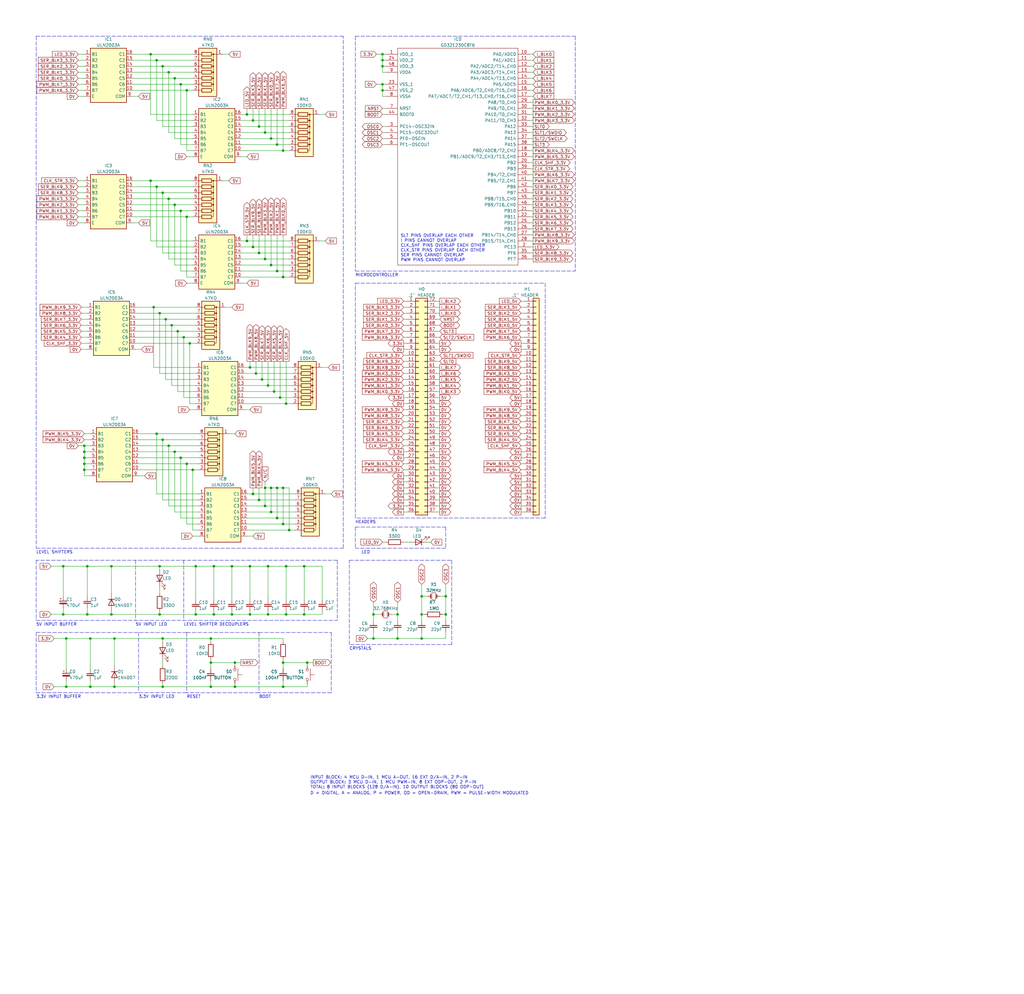
<source format=kicad_sch>
(kicad_sch (version 20211123) (generator eeschema)
  (paper "User" 431.8 419.1)
  (lib_symbols
    (symbol "C_Small_1" (pin_numbers hide) (pin_names (offset 0.254) hide)
      (property "Reference" "C?" (at 2.54 -1.2762 0))
      (property "Value" "C_Small" (at 2.54 -3.81 0))
      (symbol "C_Small_1_1_1"
        (pin passive line (at 0 0 270) (length 2.032) (name "~") (number "1"))
        (pin passive line (at 0 -5.08 90) (length 2.032) (name "~") (number "2"))
      )
    )
    (symbol "Connector_Generic:Conn_01x36" (pin_names (offset 1.016) hide)
      (property "Reference" "J" (at 0 45.72 0))
      (property "Value" "Conn_01x36" (at 0 -48.26 0))
      (symbol "Conn_01x36_1_1"
        (pin passive line (at -5.08 43.18 0) (length 3.81) (name "Pin_1") (number "1"))
        (pin passive line (at -5.08 20.32 0) (length 3.81) (name "Pin_10") (number "10"))
        (pin passive line (at -5.08 17.78 0) (length 3.81) (name "Pin_11") (number "11"))
        (pin passive line (at -5.08 15.24 0) (length 3.81) (name "Pin_12") (number "12"))
        (pin passive line (at -5.08 12.7 0) (length 3.81) (name "Pin_13") (number "13"))
        (pin passive line (at -5.08 10.16 0) (length 3.81) (name "Pin_14") (number "14"))
        (pin passive line (at -5.08 7.62 0) (length 3.81) (name "Pin_15") (number "15"))
        (pin passive line (at -5.08 5.08 0) (length 3.81) (name "Pin_16") (number "16"))
        (pin passive line (at -5.08 2.54 0) (length 3.81) (name "Pin_17") (number "17"))
        (pin passive line (at -5.08 0 0) (length 3.81) (name "Pin_18") (number "18"))
        (pin passive line (at -5.08 -2.54 0) (length 3.81) (name "Pin_19") (number "19"))
        (pin passive line (at -5.08 40.64 0) (length 3.81) (name "Pin_2") (number "2"))
        (pin passive line (at -5.08 -5.08 0) (length 3.81) (name "Pin_20") (number "20"))
        (pin passive line (at -5.08 -7.62 0) (length 3.81) (name "Pin_21") (number "21"))
        (pin passive line (at -5.08 -10.16 0) (length 3.81) (name "Pin_22") (number "22"))
        (pin passive line (at -5.08 -12.7 0) (length 3.81) (name "Pin_23") (number "23"))
        (pin passive line (at -5.08 -15.24 0) (length 3.81) (name "Pin_24") (number "24"))
        (pin passive line (at -5.08 -17.78 0) (length 3.81) (name "Pin_25") (number "25"))
        (pin passive line (at -5.08 -20.32 0) (length 3.81) (name "Pin_26") (number "26"))
        (pin passive line (at -5.08 -22.86 0) (length 3.81) (name "Pin_27") (number "27"))
        (pin passive line (at -5.08 -25.4 0) (length 3.81) (name "Pin_28") (number "28"))
        (pin passive line (at -5.08 -27.94 0) (length 3.81) (name "Pin_29") (number "29"))
        (pin passive line (at -5.08 38.1 0) (length 3.81) (name "Pin_3") (number "3"))
        (pin passive line (at -5.08 -30.48 0) (length 3.81) (name "Pin_30") (number "30"))
        (pin passive line (at -5.08 -33.02 0) (length 3.81) (name "Pin_31") (number "31"))
        (pin passive line (at -5.08 -35.56 0) (length 3.81) (name "Pin_32") (number "32"))
        (pin passive line (at -5.08 -38.1 0) (length 3.81) (name "Pin_33") (number "33"))
        (pin passive line (at -5.08 -40.64 0) (length 3.81) (name "Pin_34") (number "34"))
        (pin passive line (at -5.08 -43.18 0) (length 3.81) (name "Pin_35") (number "35"))
        (pin passive line (at -5.08 -45.72 0) (length 3.81) (name "Pin_36") (number "36"))
        (pin passive line (at -5.08 35.56 0) (length 3.81) (name "Pin_4") (number "4"))
        (pin passive line (at -5.08 33.02 0) (length 3.81) (name "Pin_5") (number "5"))
        (pin passive line (at -5.08 30.48 0) (length 3.81) (name "Pin_6") (number "6"))
        (pin passive line (at -5.08 27.94 0) (length 3.81) (name "Pin_7") (number "7"))
        (pin passive line (at -5.08 25.4 0) (length 3.81) (name "Pin_8") (number "8"))
        (pin passive line (at -5.08 22.86 0) (length 3.81) (name "Pin_9") (number "9"))
      )
    )
    (symbol "Connector_Generic:Conn_02x36_Counter_Clockwise" (pin_names (offset 1.016) hide)
      (property "Reference" "J" (at 1.27 45.72 0))
      (property "Value" "Conn_02x36_Counter_Clockwise" (at 1.27 -48.26 0))
      (symbol "Conn_02x36_Counter_Clockwise_1_1"
        (pin passive line (at -5.08 43.18 0) (length 3.81) (name "Pin_1") (number "1"))
        (pin passive line (at -5.08 20.32 0) (length 3.81) (name "Pin_10") (number "10"))
        (pin passive line (at -5.08 17.78 0) (length 3.81) (name "Pin_11") (number "11"))
        (pin passive line (at -5.08 15.24 0) (length 3.81) (name "Pin_12") (number "12"))
        (pin passive line (at -5.08 12.7 0) (length 3.81) (name "Pin_13") (number "13"))
        (pin passive line (at -5.08 10.16 0) (length 3.81) (name "Pin_14") (number "14"))
        (pin passive line (at -5.08 7.62 0) (length 3.81) (name "Pin_15") (number "15"))
        (pin passive line (at -5.08 5.08 0) (length 3.81) (name "Pin_16") (number "16"))
        (pin passive line (at -5.08 2.54 0) (length 3.81) (name "Pin_17") (number "17"))
        (pin passive line (at -5.08 0 0) (length 3.81) (name "Pin_18") (number "18"))
        (pin passive line (at -5.08 -2.54 0) (length 3.81) (name "Pin_19") (number "19"))
        (pin passive line (at -5.08 40.64 0) (length 3.81) (name "Pin_2") (number "2"))
        (pin passive line (at -5.08 -5.08 0) (length 3.81) (name "Pin_20") (number "20"))
        (pin passive line (at -5.08 -7.62 0) (length 3.81) (name "Pin_21") (number "21"))
        (pin passive line (at -5.08 -10.16 0) (length 3.81) (name "Pin_22") (number "22"))
        (pin passive line (at -5.08 -12.7 0) (length 3.81) (name "Pin_23") (number "23"))
        (pin passive line (at -5.08 -15.24 0) (length 3.81) (name "Pin_24") (number "24"))
        (pin passive line (at -5.08 -17.78 0) (length 3.81) (name "Pin_25") (number "25"))
        (pin passive line (at -5.08 -20.32 0) (length 3.81) (name "Pin_26") (number "26"))
        (pin passive line (at -5.08 -22.86 0) (length 3.81) (name "Pin_27") (number "27"))
        (pin passive line (at -5.08 -25.4 0) (length 3.81) (name "Pin_28") (number "28"))
        (pin passive line (at -5.08 -27.94 0) (length 3.81) (name "Pin_29") (number "29"))
        (pin passive line (at -5.08 38.1 0) (length 3.81) (name "Pin_3") (number "3"))
        (pin passive line (at -5.08 -30.48 0) (length 3.81) (name "Pin_30") (number "30"))
        (pin passive line (at -5.08 -33.02 0) (length 3.81) (name "Pin_31") (number "31"))
        (pin passive line (at -5.08 -35.56 0) (length 3.81) (name "Pin_32") (number "32"))
        (pin passive line (at -5.08 -38.1 0) (length 3.81) (name "Pin_33") (number "33"))
        (pin passive line (at -5.08 -40.64 0) (length 3.81) (name "Pin_34") (number "34"))
        (pin passive line (at -5.08 -43.18 0) (length 3.81) (name "Pin_35") (number "35"))
        (pin passive line (at -5.08 -45.72 0) (length 3.81) (name "Pin_36") (number "36"))
        (pin passive line (at 7.62 -45.72 180) (length 3.81) (name "Pin_37") (number "37"))
        (pin passive line (at 7.62 -43.18 180) (length 3.81) (name "Pin_38") (number "38"))
        (pin passive line (at 7.62 -40.64 180) (length 3.81) (name "Pin_39") (number "39"))
        (pin passive line (at -5.08 35.56 0) (length 3.81) (name "Pin_4") (number "4"))
        (pin passive line (at 7.62 -38.1 180) (length 3.81) (name "Pin_40") (number "40"))
        (pin passive line (at 7.62 -35.56 180) (length 3.81) (name "Pin_41") (number "41"))
        (pin passive line (at 7.62 -33.02 180) (length 3.81) (name "Pin_42") (number "42"))
        (pin passive line (at 7.62 -30.48 180) (length 3.81) (name "Pin_43") (number "43"))
        (pin passive line (at 7.62 -27.94 180) (length 3.81) (name "Pin_44") (number "44"))
        (pin passive line (at 7.62 -25.4 180) (length 3.81) (name "Pin_45") (number "45"))
        (pin passive line (at 7.62 -22.86 180) (length 3.81) (name "Pin_46") (number "46"))
        (pin passive line (at 7.62 -20.32 180) (length 3.81) (name "Pin_47") (number "47"))
        (pin passive line (at 7.62 -17.78 180) (length 3.81) (name "Pin_48") (number "48"))
        (pin passive line (at 7.62 -15.24 180) (length 3.81) (name "Pin_49") (number "49"))
        (pin passive line (at -5.08 33.02 0) (length 3.81) (name "Pin_5") (number "5"))
        (pin passive line (at 7.62 -12.7 180) (length 3.81) (name "Pin_50") (number "50"))
        (pin passive line (at 7.62 -10.16 180) (length 3.81) (name "Pin_51") (number "51"))
        (pin passive line (at 7.62 -7.62 180) (length 3.81) (name "Pin_52") (number "52"))
        (pin passive line (at 7.62 -5.08 180) (length 3.81) (name "Pin_53") (number "53"))
        (pin passive line (at 7.62 -2.54 180) (length 3.81) (name "Pin_54") (number "54"))
        (pin passive line (at 7.62 0 180) (length 3.81) (name "Pin_55") (number "55"))
        (pin passive line (at 7.62 2.54 180) (length 3.81) (name "Pin_56") (number "56"))
        (pin passive line (at 7.62 5.08 180) (length 3.81) (name "Pin_57") (number "57"))
        (pin passive line (at 7.62 7.62 180) (length 3.81) (name "Pin_58") (number "58"))
        (pin passive line (at 7.62 10.16 180) (length 3.81) (name "Pin_59") (number "59"))
        (pin passive line (at -5.08 30.48 0) (length 3.81) (name "Pin_6") (number "6"))
        (pin passive line (at 7.62 12.7 180) (length 3.81) (name "Pin_60") (number "60"))
        (pin passive line (at 7.62 15.24 180) (length 3.81) (name "Pin_61") (number "61"))
        (pin passive line (at 7.62 17.78 180) (length 3.81) (name "Pin_62") (number "62"))
        (pin passive line (at 7.62 20.32 180) (length 3.81) (name "Pin_63") (number "63"))
        (pin passive line (at 7.62 22.86 180) (length 3.81) (name "Pin_64") (number "64"))
        (pin passive line (at 7.62 25.4 180) (length 3.81) (name "Pin_65") (number "65"))
        (pin passive line (at 7.62 27.94 180) (length 3.81) (name "Pin_66") (number "66"))
        (pin passive line (at 7.62 30.48 180) (length 3.81) (name "Pin_67") (number "67"))
        (pin passive line (at 7.62 33.02 180) (length 3.81) (name "Pin_68") (number "68"))
        (pin passive line (at 7.62 35.56 180) (length 3.81) (name "Pin_69") (number "69"))
        (pin passive line (at -5.08 27.94 0) (length 3.81) (name "Pin_7") (number "7"))
        (pin passive line (at 7.62 38.1 180) (length 3.81) (name "Pin_70") (number "70"))
        (pin passive line (at 7.62 40.64 180) (length 3.81) (name "Pin_71") (number "71"))
        (pin passive line (at 7.62 43.18 180) (length 3.81) (name "Pin_72") (number "72"))
        (pin passive line (at -5.08 25.4 0) (length 3.81) (name "Pin_8") (number "8"))
        (pin passive line (at -5.08 22.86 0) (length 3.81) (name "Pin_9") (number "9"))
      )
    )
    (symbol "Device:C_Polarized_Small" (pin_numbers hide) (pin_names (offset 0.254) hide)
      (property "Reference" "C?" (at 2.54 1.8162 0))
      (property "Value" "C" (at 2.54 -0.7238 0))
      (symbol "C_Polarized_Small_1_1"
        (pin passive line (at 0 0 270) (length 1.8542) (name "~") (number "1"))
        (pin passive line (at 0 -5.08 90) (length 1.8542) (name "~") (number "2"))
      )
    )
    (symbol "Device:Crystal_Small" (pin_numbers hide) (pin_names (offset 1.016) hide)
      (property "Reference" "Y" (at 0 2.54 0))
      (property "Value" "Crystal_Small" (at 0 -2.54 0))
      (symbol "Crystal_Small_1_1"
        (pin passive line (at -2.54 0 0) (length 1.27) (name "1") (number "1"))
        (pin passive line (at 2.54 0 180) (length 1.27) (name "2") (number "2"))
      )
    )
    (symbol "Device:LED" (pin_numbers hide) (pin_names (offset 1.016) hide)
      (property "Reference" "D?" (at 0.3174 3.81 90))
      (property "Value" "LED" (at 2.8574 3.81 90))
      (symbol "LED_1_1"
        (pin passive line (at -3.81 0 0) (length 2.54) (name "K") (number "1"))
        (pin passive line (at 3.81 0 180) (length 2.54) (name "A") (number "2"))
      )
    )
    (symbol "Device:R" (pin_numbers hide) (pin_names (offset 0))
      (property "Reference" "R" (at 2.032 0 90))
      (property "Value" "R" (at 0 0 90))
      (symbol "R_1_1"
        (pin passive line (at 0 3.81 270) (length 1.27) (name "~") (number "1"))
        (pin passive line (at 0 -3.81 90) (length 1.27) (name "~") (number "2"))
      )
    )
    (symbol "Diode:1N4007" (pin_numbers hide) (pin_names (offset 1.016) hide)
      (property "Reference" "D?" (at 6.35 1.2701 90))
      (property "Value" "1N4007" (at 4.445 1.27 90))
      (symbol "1N4007_1_1"
        (pin passive line (at 0 0 0) (length 2.54) (name "K") (number "1"))
        (pin passive line (at 7.62 0 180) (length 2.54) (name "A") (number "2"))
      )
    )
    (symbol "MW:GD32E230C8T6" (pin_names (offset 0.762))
      (property "Reference" "IC?" (at 0 3.81 0))
      (property "Value" "GD32E230C8T6" (at 0 1.27 0))
      (symbol "GD32E230C8T6_0_0"
        (pin passive line (at -30.48 -2.54 0) (length 5.08) (name "VDD_1") (number "1"))
        (pin passive line (at 30.48 -2.54 180) (length 5.08) (name "PA0/ADC0") (number "10"))
        (pin passive line (at 30.48 -5.08 180) (length 5.08) (name "PA1/ADC1") (number "11"))
        (pin passive line (at 30.48 -7.62 180) (length 5.08) (name "PA2/ADC2/T14_CH0") (number "12"))
        (pin passive line (at 30.48 -10.16 180) (length 5.08) (name "PA3/ADC3/T14_CH1") (number "13"))
        (pin passive line (at 30.48 -12.7 180) (length 5.08) (name "PA4/ADC4/T13_CH0") (number "14"))
        (pin passive line (at 30.48 -15.24 180) (length 5.08) (name "PA5/ADC5") (number "15"))
        (pin passive line (at 30.48 -17.78 180) (length 5.08) (name "PA6/ADC6/T2_CH0/T15_CH0") (number "16"))
        (pin passive line (at 30.48 -20.32 180) (length 5.08) (name "PA7/ADC7/T2_CH1/T13_CH0/T16_CH0") (number "17"))
        (pin passive line (at 30.48 -43.18 180) (length 5.08) (name "PB0/ADC8/T2_CH2") (number "18"))
        (pin passive line (at 30.48 -45.72 180) (length 5.08) (name "PB1/ADC9/T2_CH3/T13_CH0") (number "19"))
        (pin passive line (at 30.48 -83.82 180) (length 5.08) (name "PC13") (number "2"))
        (pin passive line (at 30.48 -48.26 180) (length 5.08) (name "PB2") (number "20"))
        (pin passive line (at 30.48 -68.58 180) (length 5.08) (name "PB10") (number "21"))
        (pin passive line (at 30.48 -71.12 180) (length 5.08) (name "PB11") (number "22"))
        (pin passive line (at -30.48 -15.24 0) (length 5.08) (name "VSS_1") (number "23"))
        (pin passive line (at -30.48 -5.08 0) (length 5.08) (name "VDD_2") (number "24"))
        (pin passive line (at 30.48 -73.66 180) (length 5.08) (name "PB12") (number "25"))
        (pin passive line (at 30.48 -76.2 180) (length 5.08) (name "PB13") (number "26"))
        (pin passive line (at 30.48 -78.74 180) (length 5.08) (name "PB14/T14_CH0") (number "27"))
        (pin passive line (at 30.48 -81.28 180) (length 5.08) (name "PB15/T14_CH1") (number "28"))
        (pin passive line (at 30.48 -22.86 180) (length 5.08) (name "PA8/T0_CH0") (number "29"))
        (pin passive line (at -30.48 -33.02 0) (length 5.08) (name "PC14-OSC32IN") (number "3"))
        (pin passive line (at 30.48 -25.4 180) (length 5.08) (name "PA9/T0_CH1") (number "30"))
        (pin passive line (at 30.48 -27.94 180) (length 5.08) (name "PA10/T0_CH2") (number "31"))
        (pin passive line (at 30.48 -30.48 180) (length 5.08) (name "PA11/T0_CH3") (number "32"))
        (pin passive line (at 30.48 -33.02 180) (length 5.08) (name "PA12") (number "33"))
        (pin passive line (at 30.48 -35.56 180) (length 5.08) (name "PA13") (number "34"))
        (pin passive line (at 30.48 -86.36 180) (length 5.08) (name "PF6") (number "35"))
        (pin passive line (at 30.48 -88.9 180) (length 5.08) (name "PF7") (number "36"))
        (pin passive line (at 30.48 -38.1 180) (length 5.08) (name "PA14") (number "37"))
        (pin passive line (at 30.48 -40.64 180) (length 5.08) (name "PA15") (number "38"))
        (pin passive line (at 30.48 -50.8 180) (length 5.08) (name "PB3") (number "39"))
        (pin passive line (at -30.48 -35.56 0) (length 5.08) (name "PC15-OSC32OUT") (number "4"))
        (pin passive line (at 30.48 -53.34 180) (length 5.08) (name "PB4/T2_CH0") (number "40"))
        (pin passive line (at 30.48 -55.88 180) (length 5.08) (name "PB5/T2_CH1") (number "41"))
        (pin passive line (at 30.48 -58.42 180) (length 5.08) (name "PB6") (number "42"))
        (pin passive line (at 30.48 -60.96 180) (length 5.08) (name "PB7") (number "43"))
        (pin passive line (at -30.48 -27.94 0) (length 5.08) (name "BOOT0") (number "44"))
        (pin passive line (at 30.48 -63.5 180) (length 5.08) (name "PB8/T15_CH0") (number "45"))
        (pin passive line (at 30.48 -66.04 180) (length 5.08) (name "PB9/T16_CH0") (number "46"))
        (pin passive line (at -30.48 -17.78 0) (length 5.08) (name "VSS_2") (number "47"))
        (pin passive line (at -30.48 -7.62 0) (length 5.08) (name "VDD_3") (number "48"))
        (pin passive line (at -30.48 -38.1 0) (length 5.08) (name "PF0-OSCIN") (number "5"))
        (pin passive line (at -30.48 -40.64 0) (length 5.08) (name "PF1-OSCOUT") (number "6"))
        (pin passive line (at -30.48 -25.4 0) (length 5.08) (name "NRST") (number "7"))
        (pin passive line (at -30.48 -20.32 0) (length 5.08) (name "VSSA") (number "8"))
        (pin passive line (at -30.48 -10.16 0) (length 5.08) (name "VDDA") (number "9"))
      )
    )
    (symbol "R_Network07_1" (pin_names (offset 0) hide)
      (property "Reference" "RN0" (at 0 13.97 90))
      (property "Value" "R_Network07_1" (at 0 11.43 90))
      (symbol "R_Network07_1_1_1"
        (pin passive line (at -7.62 6.35 270) (length 2.54) (name "common") (number "1"))
        (pin passive line (at 7.62 -6.35 90) (length 2.54) (name "R7") (number "2"))
        (pin passive line (at 5.08 -6.35 90) (length 2.54) (name "R6") (number "3"))
        (pin passive line (at 2.54 -6.35 90) (length 2.54) (name "R5") (number "4"))
        (pin passive line (at 0 -6.35 90) (length 2.54) (name "R4") (number "5"))
        (pin passive line (at -2.54 -6.35 90) (length 2.54) (name "R3") (number "6"))
        (pin passive line (at -5.08 -6.35 90) (length 2.54) (name "R2") (number "7"))
        (pin passive line (at -7.62 -6.35 90) (length 2.54) (name "R1") (number "8"))
      )
    )
    (symbol "Switch:SW_Push" (pin_numbers hide) (pin_names (offset 1.016) hide)
      (property "Reference" "SW?" (at -5.08 1.27 90))
      (property "Value" "SW_Push" (at -8.89 -1.27 90))
      (symbol "SW_Push_0_1"
        (pin passive line (at -3.81 0 0) (length 1.27) (name "1") (number "1"))
        (pin passive line (at 3.81 0 180) (length 1.27) (name "2") (number "2"))
      )
    )
    (symbol "Transistor_Array:ULN2003A"
      (property "Reference" "U?" (at 0 24.13 0))
      (property "Value" "ULN2003A" (at 0 21.59 0))
      (symbol "ULN2003A_1_1"
        (pin input line (at -10.16 5.08 0) (length 2.54) (name "B1") (number "1"))
        (pin open_collector line (at 10.16 -10.16 180) (length 2.54) (name "C7") (number "10"))
        (pin open_collector line (at 10.16 -7.62 180) (length 2.54) (name "C6") (number "11"))
        (pin open_collector line (at 10.16 -5.08 180) (length 2.54) (name "C5") (number "12"))
        (pin open_collector line (at 10.16 -2.54 180) (length 2.54) (name "C4") (number "13"))
        (pin open_collector line (at 10.16 0 180) (length 2.54) (name "C3") (number "14"))
        (pin open_collector line (at 10.16 2.54 180) (length 2.54) (name "C2") (number "15"))
        (pin open_collector line (at 10.16 5.08 180) (length 2.54) (name "C1") (number "16"))
        (pin input line (at -10.16 2.54 0) (length 2.54) (name "B2") (number "2"))
        (pin input line (at -10.16 0 0) (length 2.54) (name "B3") (number "3"))
        (pin input line (at -10.16 -2.54 0) (length 2.54) (name "B4") (number "4"))
        (pin input line (at -10.16 -5.08 0) (length 2.54) (name "B5") (number "5"))
        (pin input line (at -10.16 -7.62 0) (length 2.54) (name "B6") (number "6"))
        (pin input line (at -10.16 -10.16 0) (length 2.54) (name "B7") (number "7"))
        (pin power_in line (at -10.16 -12.7 0) (length 2.54) (name "E") (number "8"))
        (pin passive line (at 10.16 -12.7 180) (length 2.54) (name "COM") (number "9"))
      )
    )
  )
  (junction (at 106.68 50.8))
  (junction (at 68.58 269.24))
  (junction (at 71.12 187.96))
  (junction (at 128.27 238.76))
  (junction (at 114.3 215.9))
  (junction (at 111.76 205.74))
  (junction (at 177.8 251.46))
  (junction (at 26.67 259.08))
  (junction (at 77.47 142.24))
  (junction (at 161.29 35.56))
  (junction (at 187.96 251.46))
  (junction (at 104.14 101.6))
  (junction (at 157.48 269.24))
  (junction (at 161.29 38.1))
  (junction (at 119.38 289.56))
  (junction (at 113.03 162.56))
  (junction (at 67.31 259.08))
  (junction (at 81.28 198.12))
  (junction (at 106.68 104.14))
  (junction (at 90.17 259.08))
  (junction (at 120.65 259.08))
  (junction (at 36.83 259.08))
  (junction (at 35.56 195.58))
  (junction (at 82.55 259.08))
  (junction (at 35.56 190.5))
  (junction (at 97.79 259.08))
  (junction (at 111.76 55.88))
  (junction (at 128.27 259.08))
  (junction (at 67.31 132.08))
  (junction (at 177.8 259.08))
  (junction (at 66.04 25.4))
  (junction (at 38.1 269.24))
  (junction (at 109.22 106.68))
  (junction (at 177.8 269.24))
  (junction (at 88.9 269.24))
  (junction (at 73.66 190.5))
  (junction (at 74.93 139.7))
  (junction (at 104.14 48.26))
  (junction (at 78.74 91.44))
  (junction (at 109.22 53.34))
  (junction (at 82.55 238.76))
  (junction (at 110.49 160.02))
  (junction (at 111.76 109.22))
  (junction (at 105.41 259.08))
  (junction (at 46.99 238.76))
  (junction (at 161.29 27.94))
  (junction (at 105.41 238.76))
  (junction (at 99.06 279.4))
  (junction (at 68.58 81.28))
  (junction (at 76.2 35.56))
  (junction (at 71.12 83.82))
  (junction (at 27.94 269.24))
  (junction (at 119.38 220.98))
  (junction (at 99.06 289.56))
  (junction (at 116.84 205.74))
  (junction (at 88.9 289.56))
  (junction (at 187.96 259.08))
  (junction (at 157.48 259.08))
  (junction (at 73.66 86.36))
  (junction (at 116.84 218.44))
  (junction (at 35.56 193.04))
  (junction (at 121.92 223.52))
  (junction (at 46.99 259.08))
  (junction (at 67.31 238.76))
  (junction (at 167.64 269.24))
  (junction (at 129.54 279.4))
  (junction (at 78.74 195.58))
  (junction (at 109.22 210.82))
  (junction (at 76.2 88.9))
  (junction (at 114.3 111.76))
  (junction (at 71.12 30.48))
  (junction (at 161.29 22.86))
  (junction (at 111.76 213.36))
  (junction (at 119.38 116.84))
  (junction (at 76.2 193.04))
  (junction (at 35.56 187.96))
  (junction (at 63.5 22.86))
  (junction (at 116.84 60.96))
  (junction (at 167.64 259.08))
  (junction (at 120.65 170.18))
  (junction (at 97.79 238.76))
  (junction (at 73.66 33.02))
  (junction (at 72.39 137.16))
  (junction (at 161.29 25.4))
  (junction (at 64.77 129.54))
  (junction (at 119.38 279.4))
  (junction (at 68.58 27.94))
  (junction (at 48.26 269.24))
  (junction (at 69.85 134.62))
  (junction (at 38.1 289.56))
  (junction (at 80.01 144.78))
  (junction (at 27.94 289.56))
  (junction (at 106.68 208.28))
  (junction (at 114.3 205.74))
  (junction (at 48.26 289.56))
  (junction (at 36.83 238.76))
  (junction (at 63.5 76.2))
  (junction (at 119.38 205.74))
  (junction (at 115.57 165.1))
  (junction (at 119.38 63.5))
  (junction (at 66.04 182.88))
  (junction (at 68.58 289.56))
  (junction (at 66.04 78.74))
  (junction (at 118.11 167.64))
  (junction (at 113.03 259.08))
  (junction (at 90.17 238.76))
  (junction (at 68.58 185.42))
  (junction (at 116.84 114.3))
  (junction (at 120.65 238.76))
  (junction (at 107.95 157.48))
  (junction (at 26.67 238.76))
  (junction (at 88.9 279.4))
  (junction (at 114.3 58.42))
  (junction (at 35.56 198.12))
  (junction (at 78.74 38.1))
  (junction (at 113.03 238.76))
  (junction (at 105.41 154.94))
  (wire (pts (xy 33.02 25.4) (xy 35.56 25.4)))
  (wire (pts (xy 224.79 93.98) (xy 223.52 93.98)))
  (wire (pts (xy 185.42 203.2) (xy 184.15 203.2)))
  (polyline (pts (xy 77.47 236.22) (xy 77.47 261.62)))
  (polyline (pts (xy 15.24 236.22) (xy 15.24 261.62)))
  (wire (pts (xy 58.42 190.5) (xy 73.66 190.5)))
  (wire (pts (xy 68.58 185.42) (xy 68.58 210.82)))
  (wire (pts (xy 219.71 144.78) (xy 220.98 144.78)))
  (wire (pts (xy 48.26 289.56) (xy 48.26 288.29)))
  (wire (pts (xy 119.38 205.74) (xy 121.92 205.74)))
  (wire (pts (xy 55.88 91.44) (xy 78.74 91.44)))
  (wire (pts (xy 83.82 208.28) (xy 66.04 208.28)))
  (wire (pts (xy 224.79 109.22) (xy 223.52 109.22)))
  (wire (pts (xy 35.56 193.04) (xy 38.1 193.04)))
  (wire (pts (xy 161.29 228.6) (xy 162.56 228.6)))
  (wire (pts (xy 57.15 137.16) (xy 72.39 137.16)))
  (wire (pts (xy 219.71 139.7) (xy 220.98 139.7)))
  (wire (pts (xy 68.58 289.56) (xy 88.9 289.56)))
  (wire (pts (xy 35.56 190.5) (xy 35.56 187.96)))
  (wire (pts (xy 187.96 259.08) (xy 187.96 261.62)))
  (polyline (pts (xy 15.24 266.7) (xy 15.24 292.1)))
  (wire (pts (xy 121.92 50.8) (xy 106.68 50.8)))
  (wire (pts (xy 111.76 109.22) (xy 101.6 109.22)))
  (wire (pts (xy 185.42 170.18) (xy 184.15 170.18)))
  (wire (pts (xy 64.77 154.94) (xy 64.77 129.54)))
  (wire (pts (xy 33.02 30.48) (xy 35.56 30.48)))
  (wire (pts (xy 137.16 208.28) (xy 139.7 208.28)))
  (wire (pts (xy 104.14 48.26) (xy 101.6 48.26)))
  (polyline (pts (xy 147.32 236.22) (xy 190.5 236.22)))
  (wire (pts (xy 186.69 259.08) (xy 187.96 259.08)))
  (wire (pts (xy 110.49 160.02) (xy 102.87 160.02)))
  (wire (pts (xy 115.57 165.1) (xy 102.87 165.1)))
  (wire (pts (xy 105.41 154.94) (xy 102.87 154.94)))
  (wire (pts (xy 109.22 53.34) (xy 101.6 53.34)))
  (wire (pts (xy 60.96 200.66) (xy 58.42 200.66)))
  (wire (pts (xy 120.65 170.18) (xy 102.87 170.18)))
  (wire (pts (xy 109.22 210.82) (xy 104.14 210.82)))
  (wire (pts (xy 114.3 111.76) (xy 101.6 111.76)))
  (wire (pts (xy 187.96 269.24) (xy 187.96 266.7)))
  (wire (pts (xy 77.47 142.24) (xy 77.47 167.64)))
  (wire (pts (xy 219.71 190.5) (xy 220.98 190.5)))
  (wire (pts (xy 76.2 193.04) (xy 83.82 193.04)))
  (wire (pts (xy 219.71 185.42) (xy 220.98 185.42)))
  (wire (pts (xy 154.94 269.24) (xy 157.48 269.24)))
  (wire (pts (xy 128.27 257.81) (xy 128.27 259.08)))
  (wire (pts (xy 170.18 228.6) (xy 172.72 228.6)))
  (wire (pts (xy 78.74 38.1) (xy 81.28 38.1)))
  (wire (pts (xy 124.46 213.36) (xy 111.76 213.36)))
  (wire (pts (xy 33.02 78.74) (xy 35.56 78.74)))
  (wire (pts (xy 124.46 210.82) (xy 109.22 210.82)))
  (wire (pts (xy 187.96 251.46) (xy 187.96 259.08)))
  (wire (pts (xy 224.79 30.48) (xy 223.52 30.48)))
  (wire (pts (xy 121.92 104.14) (xy 106.68 104.14)))
  (wire (pts (xy 58.42 40.64) (xy 55.88 40.64)))
  (wire (pts (xy 97.79 259.08) (xy 105.41 259.08)))
  (wire (pts (xy 68.58 53.34) (xy 68.58 27.94)))
  (wire (pts (xy 219.71 154.94) (xy 220.98 154.94)))
  (wire (pts (xy 224.79 101.6) (xy 223.52 101.6)))
  (wire (pts (xy 26.67 238.76) (xy 36.83 238.76)))
  (wire (pts (xy 97.79 252.73) (xy 97.79 238.76)))
  (wire (pts (xy 119.38 220.98) (xy 104.14 220.98)))
  (wire (pts (xy 110.49 152.4) (xy 110.49 160.02)))
  (wire (pts (xy 170.18 139.7) (xy 171.45 139.7)))
  (wire (pts (xy 219.71 165.1) (xy 220.98 165.1)))
  (wire (pts (xy 170.18 213.36) (xy 171.45 213.36)))
  (wire (pts (xy 219.71 137.16) (xy 220.98 137.16)))
  (polyline (pts (xy 15.24 231.14) (xy 144.78 231.14)))
  (wire (pts (xy 185.42 182.88) (xy 184.15 182.88)))
  (wire (pts (xy 124.46 223.52) (xy 121.92 223.52)))
  (wire (pts (xy 58.42 185.42) (xy 68.58 185.42)))
  (wire (pts (xy 55.88 78.74) (xy 66.04 78.74)))
  (wire (pts (xy 80.01 170.18) (xy 82.55 170.18)))
  (wire (pts (xy 219.71 198.12) (xy 220.98 198.12)))
  (wire (pts (xy 81.28 223.52) (xy 83.82 223.52)))
  (wire (pts (xy 71.12 83.82) (xy 81.28 83.82)))
  (wire (pts (xy 185.42 195.58) (xy 184.15 195.58)))
  (wire (pts (xy 219.71 187.96) (xy 220.98 187.96)))
  (wire (pts (xy 185.42 180.34) (xy 184.15 180.34)))
  (wire (pts (xy 170.18 137.16) (xy 171.45 137.16)))
  (wire (pts (xy 162.56 30.48) (xy 161.29 30.48)))
  (wire (pts (xy 66.04 78.74) (xy 66.04 104.14)))
  (wire (pts (xy 97.79 238.76) (xy 105.41 238.76)))
  (wire (pts (xy 67.31 257.81) (xy 67.31 259.08)))
  (wire (pts (xy 73.66 190.5) (xy 83.82 190.5)))
  (wire (pts (xy 185.42 208.28) (xy 184.15 208.28)))
  (polyline (pts (xy 149.86 222.25) (xy 187.96 222.25)))
  (wire (pts (xy 114.3 205.74) (xy 114.3 215.9)))
  (wire (pts (xy 224.79 60.96) (xy 223.52 60.96)))
  (wire (pts (xy 119.38 279.4) (xy 119.38 281.94)))
  (wire (pts (xy 224.79 53.34) (xy 223.52 53.34)))
  (polyline (pts (xy 58.42 266.7) (xy 58.42 292.1)))
  (wire (pts (xy 68.58 270.51) (xy 68.58 269.24)))
  (wire (pts (xy 83.82 218.44) (xy 76.2 218.44)))
  (wire (pts (xy 55.88 76.2) (xy 63.5 76.2)))
  (wire (pts (xy 58.42 93.98) (xy 55.88 93.98)))
  (wire (pts (xy 74.93 165.1) (xy 74.93 139.7)))
  (wire (pts (xy 74.93 139.7) (xy 82.55 139.7)))
  (wire (pts (xy 128.27 259.08) (xy 135.89 259.08)))
  (wire (pts (xy 97.79 129.54) (xy 95.25 129.54)))
  (wire (pts (xy 177.8 251.46) (xy 177.8 259.08)))
  (wire (pts (xy 185.42 147.32) (xy 184.15 147.32)))
  (wire (pts (xy 82.55 238.76) (xy 67.31 238.76)))
  (polyline (pts (xy 149.86 15.24) (xy 149.86 114.3)))
  (wire (pts (xy 181.61 228.6) (xy 180.34 228.6)))
  (wire (pts (xy 111.76 205.74) (xy 111.76 213.36)))
  (polyline (pts (xy 229.87 218.44) (xy 149.86 218.44)))
  (wire (pts (xy 161.29 25.4) (xy 161.29 22.86)))
  (wire (pts (xy 55.88 25.4) (xy 66.04 25.4)))
  (wire (pts (xy 157.48 266.7) (xy 157.48 269.24)))
  (wire (pts (xy 66.04 208.28) (xy 66.04 182.88)))
  (wire (pts (xy 157.48 254) (xy 157.48 259.08)))
  (wire (pts (xy 35.56 198.12) (xy 35.56 200.66)))
  (wire (pts (xy 185.42 157.48) (xy 184.15 157.48)))
  (wire (pts (xy 111.76 205.74) (xy 114.3 205.74)))
  (wire (pts (xy 219.71 134.62) (xy 220.98 134.62)))
  (wire (pts (xy 170.18 182.88) (xy 171.45 182.88)))
  (wire (pts (xy 170.18 160.02) (xy 171.45 160.02)))
  (wire (pts (xy 121.92 101.6) (xy 104.14 101.6)))
  (wire (pts (xy 46.99 259.08) (xy 67.31 259.08)))
  (wire (pts (xy 123.19 160.02) (xy 110.49 160.02)))
  (wire (pts (xy 35.56 200.66) (xy 38.1 200.66)))
  (wire (pts (xy 118.11 167.64) (xy 102.87 167.64)))
  (wire (pts (xy 224.79 58.42) (xy 223.52 58.42)))
  (wire (pts (xy 81.28 226.06) (xy 83.82 226.06)))
  (wire (pts (xy 55.88 22.86) (xy 63.5 22.86)))
  (wire (pts (xy 224.79 27.94) (xy 223.52 27.94)))
  (wire (pts (xy 66.04 50.8) (xy 81.28 50.8)))
  (wire (pts (xy 35.56 190.5) (xy 38.1 190.5)))
  (wire (pts (xy 224.79 66.04) (xy 223.52 66.04)))
  (polyline (pts (xy 187.96 222.25) (xy 187.96 231.14)))
  (wire (pts (xy 224.79 83.82) (xy 223.52 83.82)))
  (wire (pts (xy 185.42 142.24) (xy 184.15 142.24)))
  (wire (pts (xy 224.79 68.58) (xy 223.52 68.58)))
  (wire (pts (xy 123.19 167.64) (xy 118.11 167.64)))
  (wire (pts (xy 224.79 22.86) (xy 223.52 22.86)))
  (wire (pts (xy 73.66 86.36) (xy 81.28 86.36)))
  (polyline (pts (xy 187.96 231.14) (xy 149.86 231.14)))
  (wire (pts (xy 167.64 269.24) (xy 177.8 269.24)))
  (wire (pts (xy 90.17 252.73) (xy 90.17 238.76)))
  (polyline (pts (xy 147.32 271.78) (xy 147.32 236.22)))
  (wire (pts (xy 224.79 25.4) (xy 223.52 25.4)))
  (wire (pts (xy 116.84 114.3) (xy 101.6 114.3)))
  (wire (pts (xy 219.71 193.04) (xy 220.98 193.04)))
  (wire (pts (xy 78.74 220.98) (xy 83.82 220.98)))
  (wire (pts (xy 113.03 152.4) (xy 113.03 162.56)))
  (wire (pts (xy 58.42 198.12) (xy 81.28 198.12)))
  (wire (pts (xy 219.71 205.74) (xy 220.98 205.74)))
  (wire (pts (xy 121.92 116.84) (xy 119.38 116.84)))
  (wire (pts (xy 96.52 22.86) (xy 93.98 22.86)))
  (wire (pts (xy 68.58 278.13) (xy 68.58 280.67)))
  (wire (pts (xy 121.92 106.68) (xy 109.22 106.68)))
  (wire (pts (xy 80.01 172.72) (xy 82.55 172.72)))
  (wire (pts (xy 224.79 33.02) (xy 223.52 33.02)))
  (polyline (pts (xy 15.24 261.62) (xy 142.24 261.62)))
  (wire (pts (xy 185.42 137.16) (xy 184.15 137.16)))
  (wire (pts (xy 34.29 144.78) (xy 36.83 144.78)))
  (wire (pts (xy 106.68 45.72) (xy 106.68 50.8)))
  (wire (pts (xy 185.42 134.62) (xy 184.15 134.62)))
  (wire (pts (xy 107.95 157.48) (xy 102.87 157.48)))
  (wire (pts (xy 55.88 81.28) (xy 68.58 81.28)))
  (wire (pts (xy 177.8 259.08) (xy 179.07 259.08)))
  (wire (pts (xy 55.88 86.36) (xy 73.66 86.36)))
  (wire (pts (xy 128.27 252.73) (xy 128.27 238.76)))
  (wire (pts (xy 219.71 152.4) (xy 220.98 152.4)))
  (wire (pts (xy 161.29 22.86) (xy 162.56 22.86)))
  (wire (pts (xy 81.28 106.68) (xy 68.58 106.68)))
  (wire (pts (xy 34.29 142.24) (xy 36.83 142.24)))
  (wire (pts (xy 165.1 259.08) (xy 167.64 259.08)))
  (wire (pts (xy 105.41 172.72) (xy 102.87 172.72)))
  (wire (pts (xy 55.88 83.82) (xy 71.12 83.82)))
  (wire (pts (xy 170.18 203.2) (xy 171.45 203.2)))
  (wire (pts (xy 66.04 182.88) (xy 83.82 182.88)))
  (wire (pts (xy 187.96 246.38) (xy 187.96 251.46)))
  (polyline (pts (xy 238.76 15.24) (xy 242.57 15.24)))
  (wire (pts (xy 90.17 259.08) (xy 82.55 259.08)))
  (wire (pts (xy 161.29 27.94) (xy 161.29 30.48)))
  (wire (pts (xy 219.71 200.66) (xy 220.98 200.66)))
  (wire (pts (xy 129.54 279.4) (xy 119.38 279.4)))
  (wire (pts (xy 109.22 45.72) (xy 109.22 53.34)))
  (wire (pts (xy 170.18 177.8) (xy 171.45 177.8)))
  (wire (pts (xy 135.89 257.81) (xy 135.89 259.08)))
  (wire (pts (xy 26.67 256.54) (xy 26.67 259.08)))
  (wire (pts (xy 38.1 289.56) (xy 48.26 289.56)))
  (wire (pts (xy 99.06 288.29) (xy 99.06 289.56)))
  (wire (pts (xy 121.92 60.96) (xy 116.84 60.96)))
  (wire (pts (xy 67.31 247.65) (xy 67.31 250.19)))
  (wire (pts (xy 219.71 149.86) (xy 220.98 149.86)))
  (wire (pts (xy 114.3 215.9) (xy 104.14 215.9)))
  (wire (pts (xy 129.54 280.67) (xy 129.54 279.4)))
  (wire (pts (xy 121.92 205.74) (xy 121.92 223.52)))
  (wire (pts (xy 82.55 154.94) (xy 64.77 154.94)))
  (wire (pts (xy 223.52 45.72) (xy 224.79 45.72)))
  (wire (pts (xy 88.9 278.13) (xy 88.9 279.4)))
  (wire (pts (xy 21.59 238.76) (xy 26.67 238.76)))
  (wire (pts (xy 58.42 195.58) (xy 78.74 195.58)))
  (wire (pts (xy 219.71 213.36) (xy 220.98 213.36)))
  (wire (pts (xy 219.71 170.18) (xy 220.98 170.18)))
  (wire (pts (xy 116.84 205.74) (xy 119.38 205.74)))
  (wire (pts (xy 135.89 238.76) (xy 128.27 238.76)))
  (wire (pts (xy 113.03 259.08) (xy 105.41 259.08)))
  (wire (pts (xy 219.71 195.58) (xy 220.98 195.58)))
  (wire (pts (xy 78.74 38.1) (xy 78.74 63.5)))
  (wire (pts (xy 121.92 63.5) (xy 119.38 63.5)))
  (wire (pts (xy 104.14 101.6) (xy 101.6 101.6)))
  (wire (pts (xy 35.56 187.96) (xy 38.1 187.96)))
  (wire (pts (xy 111.76 99.06) (xy 111.76 109.22)))
  (polyline (pts (xy 190.5 236.22) (xy 190.5 271.78)))
  (wire (pts (xy 219.71 160.02) (xy 220.98 160.02)))
  (polyline (pts (xy 142.24 236.22) (xy 142.24 261.62)))
  (wire (pts (xy 161.29 38.1) (xy 161.29 35.56)))
  (wire (pts (xy 57.15 142.24) (xy 77.47 142.24)))
  (wire (pts (xy 114.3 205.74) (xy 116.84 205.74)))
  (wire (pts (xy 26.67 259.08) (xy 21.59 259.08)))
  (wire (pts (xy 99.06 280.67) (xy 99.06 279.4)))
  (wire (pts (xy 121.92 111.76) (xy 114.3 111.76)))
  (wire (pts (xy 161.29 60.96) (xy 162.56 60.96)))
  (wire (pts (xy 67.31 157.48) (xy 82.55 157.48)))
  (wire (pts (xy 170.18 142.24) (xy 171.45 142.24)))
  (wire (pts (xy 157.48 259.08) (xy 160.02 259.08)))
  (wire (pts (xy 135.89 252.73) (xy 135.89 238.76)))
  (wire (pts (xy 55.88 30.48) (xy 71.12 30.48)))
  (wire (pts (xy 224.79 63.5) (xy 223.52 63.5)))
  (wire (pts (xy 170.18 195.58) (xy 171.45 195.58)))
  (wire (pts (xy 185.42 187.96) (xy 184.15 187.96)))
  (wire (pts (xy 34.29 134.62) (xy 36.83 134.62)))
  (wire (pts (xy 33.02 76.2) (xy 35.56 76.2)))
  (wire (pts (xy 67.31 238.76) (xy 46.99 238.76)))
  (wire (pts (xy 34.29 129.54) (xy 36.83 129.54)))
  (wire (pts (xy 219.71 210.82) (xy 220.98 210.82)))
  (wire (pts (xy 34.29 139.7) (xy 36.83 139.7)))
  (wire (pts (xy 82.55 259.08) (xy 67.31 259.08)))
  (wire (pts (xy 185.42 152.4) (xy 184.15 152.4)))
  (wire (pts (xy 55.88 33.02) (xy 73.66 33.02)))
  (wire (pts (xy 185.42 172.72) (xy 184.15 172.72)))
  (wire (pts (xy 224.79 106.68) (xy 223.52 106.68)))
  (wire (pts (xy 123.19 157.48) (xy 107.95 157.48)))
  (wire (pts (xy 33.02 40.64) (xy 35.56 40.64)))
  (polyline (pts (xy 109.22 292.1) (xy 78.74 292.1)))
  (wire (pts (xy 33.02 22.86) (xy 35.56 22.86)))
  (wire (pts (xy 72.39 162.56) (xy 82.55 162.56)))
  (wire (pts (xy 223.52 43.18) (xy 224.79 43.18)))
  (wire (pts (xy 219.71 208.28) (xy 220.98 208.28)))
  (wire (pts (xy 88.9 279.4) (xy 88.9 281.94)))
  (wire (pts (xy 36.83 238.76) (xy 36.83 251.46)))
  (wire (pts (xy 121.92 58.42) (xy 114.3 58.42)))
  (wire (pts (xy 170.18 149.86) (xy 171.45 149.86)))
  (wire (pts (xy 161.29 25.4) (xy 162.56 25.4)))
  (wire (pts (xy 68.58 185.42) (xy 83.82 185.42)))
  (wire (pts (xy 80.01 144.78) (xy 82.55 144.78)))
  (wire (pts (xy 88.9 269.24) (xy 119.38 269.24)))
  (wire (pts (xy 81.28 53.34) (xy 68.58 53.34)))
  (wire (pts (xy 121.92 223.52) (xy 104.14 223.52)))
  (wire (pts (xy 99.06 289.56) (xy 88.9 289.56)))
  (wire (pts (xy 121.92 114.3) (xy 116.84 114.3)))
  (polyline (pts (xy 149.86 222.25) (xy 149.86 231.14)))
  (wire (pts (xy 185.42 210.82) (xy 184.15 210.82)))
  (wire (pts (xy 185.42 154.94) (xy 184.15 154.94)))
  (wire (pts (xy 224.79 99.06) (xy 223.52 99.06)))
  (wire (pts (xy 99.06 182.88) (xy 96.52 182.88)))
  (polyline (pts (xy 109.22 266.7) (xy 109.22 292.1)))
  (wire (pts (xy 55.88 38.1) (xy 78.74 38.1)))
  (wire (pts (xy 68.58 81.28) (xy 81.28 81.28)))
  (polyline (pts (xy 149.86 114.3) (xy 242.57 114.3)))
  (polyline (pts (xy 229.87 119.38) (xy 229.87 218.44)))
  (wire (pts (xy 64.77 129.54) (xy 82.55 129.54)))
  (wire (pts (xy 113.03 252.73) (xy 113.03 238.76)))
  (wire (pts (xy 104.14 45.72) (xy 104.14 48.26)))
  (wire (pts (xy 78.74 63.5) (xy 81.28 63.5)))
  (wire (pts (xy 129.54 289.56) (xy 119.38 289.56)))
  (wire (pts (xy 114.3 45.72) (xy 114.3 58.42)))
  (wire (pts (xy 119.38 99.06) (xy 119.38 116.84)))
  (wire (pts (xy 170.18 165.1) (xy 171.45 165.1)))
  (wire (pts (xy 170.18 172.72) (xy 171.45 172.72)))
  (wire (pts (xy 78.74 119.38) (xy 81.28 119.38)))
  (polyline (pts (xy 139.7 292.1) (xy 109.22 292.1)))
  (wire (pts (xy 170.18 170.18) (xy 171.45 170.18)))
  (wire (pts (xy 170.18 134.62) (xy 171.45 134.62)))
  (wire (pts (xy 223.52 104.14) (xy 224.79 104.14)))
  (wire (pts (xy 105.41 257.81) (xy 105.41 259.08)))
  (polyline (pts (xy 15.24 292.1) (xy 78.74 292.1)))
  (wire (pts (xy 82.55 165.1) (xy 74.93 165.1)))
  (wire (pts (xy 161.29 53.34) (xy 162.56 53.34)))
  (wire (pts (xy 170.18 205.74) (xy 171.45 205.74)))
  (wire (pts (xy 161.29 40.64) (xy 162.56 40.64)))
  (wire (pts (xy 27.94 269.24) (xy 27.94 281.94)))
  (wire (pts (xy 224.79 88.9) (xy 223.52 88.9)))
  (wire (pts (xy 67.31 240.03) (xy 67.31 238.76)))
  (wire (pts (xy 71.12 109.22) (xy 81.28 109.22)))
  (polyline (pts (xy 15.24 15.24) (xy 15.24 231.14)))
  (wire (pts (xy 120.65 252.73) (xy 120.65 238.76)))
  (wire (pts (xy 81.28 58.42) (xy 73.66 58.42)))
  (wire (pts (xy 224.79 48.26) (xy 223.52 48.26)))
  (wire (pts (xy 81.28 198.12) (xy 81.28 223.52)))
  (wire (pts (xy 109.22 99.06) (xy 109.22 106.68)))
  (wire (pts (xy 185.42 215.9) (xy 184.15 215.9)))
  (wire (pts (xy 77.47 167.64) (xy 82.55 167.64)))
  (wire (pts (xy 73.66 33.02) (xy 81.28 33.02)))
  (wire (pts (xy 161.29 27.94) (xy 161.29 25.4)))
  (wire (pts (xy 33.02 38.1) (xy 35.56 38.1)))
  (wire (pts (xy 224.79 73.66) (xy 223.52 73.66)))
  (wire (pts (xy 27.94 269.24) (xy 38.1 269.24)))
  (wire (pts (xy 185.42 251.46) (xy 187.96 251.46)))
  (wire (pts (xy 78.74 91.44) (xy 81.28 91.44)))
  (wire (pts (xy 68.58 106.68) (xy 68.58 81.28)))
  (wire (pts (xy 111.76 45.72) (xy 111.76 55.88)))
  (wire (pts (xy 157.48 259.08) (xy 157.48 261.62)))
  (wire (pts (xy 36.83 259.08) (xy 46.99 259.08)))
  (wire (pts (xy 224.79 96.52) (xy 223.52 96.52)))
  (wire (pts (xy 124.46 215.9) (xy 114.3 215.9)))
  (wire (pts (xy 170.18 208.28) (xy 171.45 208.28)))
  (wire (pts (xy 33.02 27.94) (xy 35.56 27.94)))
  (wire (pts (xy 33.02 86.36) (xy 35.56 86.36)))
  (wire (pts (xy 123.19 165.1) (xy 115.57 165.1)))
  (wire (pts (xy 170.18 190.5) (xy 171.45 190.5)))
  (wire (pts (xy 76.2 114.3) (xy 81.28 114.3)))
  (wire (pts (xy 170.18 144.78) (xy 171.45 144.78)))
  (wire (pts (xy 81.28 198.12) (xy 83.82 198.12)))
  (wire (pts (xy 109.22 106.68) (xy 101.6 106.68)))
  (wire (pts (xy 177.8 246.38) (xy 177.8 251.46)))
  (wire (pts (xy 170.18 185.42) (xy 171.45 185.42)))
  (wire (pts (xy 73.66 58.42) (xy 73.66 33.02)))
  (wire (pts (xy 219.71 127) (xy 220.98 127)))
  (wire (pts (xy 36.83 238.76) (xy 46.99 238.76)))
  (wire (pts (xy 90.17 259.08) (xy 97.79 259.08)))
  (wire (pts (xy 68.58 288.29) (xy 68.58 289.56)))
  (wire (pts (xy 170.18 157.48) (xy 171.45 157.48)))
  (wire (pts (xy 106.68 205.74) (xy 106.68 208.28)))
  (wire (pts (xy 161.29 38.1) (xy 162.56 38.1)))
  (wire (pts (xy 35.56 195.58) (xy 38.1 195.58)))
  (wire (pts (xy 219.71 172.72) (xy 220.98 172.72)))
  (wire (pts (xy 111.76 213.36) (xy 104.14 213.36)))
  (wire (pts (xy 33.02 33.02) (xy 35.56 33.02)))
  (wire (pts (xy 119.38 287.02) (xy 119.38 289.56)))
  (wire (pts (xy 185.42 190.5) (xy 184.15 190.5)))
  (wire (pts (xy 57.15 144.78) (xy 80.01 144.78)))
  (wire (pts (xy 59.69 147.32) (xy 57.15 147.32)))
  (wire (pts (xy 33.02 83.82) (xy 35.56 83.82)))
  (wire (pts (xy 119.38 270.51) (xy 119.38 269.24)))
  (wire (pts (xy 106.68 104.14) (xy 101.6 104.14)))
  (wire (pts (xy 68.58 269.24) (xy 48.26 269.24)))
  (wire (pts (xy 72.39 137.16) (xy 72.39 162.56)))
  (wire (pts (xy 76.2 60.96) (xy 81.28 60.96)))
  (polyline (pts (xy 78.74 266.7) (xy 15.24 266.7)))
  (wire (pts (xy 185.42 193.04) (xy 184.15 193.04)))
  (wire (pts (xy 120.65 238.76) (xy 113.03 238.76)))
  (wire (pts (xy 180.34 251.46) (xy 177.8 251.46)))
  (wire (pts (xy 161.29 35.56) (xy 158.75 35.56)))
  (wire (pts (xy 114.3 99.06) (xy 114.3 111.76)))
  (wire (pts (xy 73.66 215.9) (xy 83.82 215.9)))
  (wire (pts (xy 170.18 193.04) (xy 171.45 193.04)))
  (polyline (pts (xy 149.86 218.44) (xy 149.86 119.38)))
  (wire (pts (xy 72.39 137.16) (xy 82.55 137.16)))
  (wire (pts (xy 185.42 205.74) (xy 184.15 205.74)))
  (wire (pts (xy 219.71 203.2) (xy 220.98 203.2)))
  (wire (pts (xy 124.46 218.44) (xy 116.84 218.44)))
  (wire (pts (xy 116.84 45.72) (xy 116.84 60.96)))
  (wire (pts (xy 170.18 175.26) (xy 171.45 175.26)))
  (wire (pts (xy 219.71 142.24) (xy 220.98 142.24)))
  (wire (pts (xy 162.56 27.94) (xy 161.29 27.94)))
  (wire (pts (xy 224.79 86.36) (xy 223.52 86.36)))
  (wire (pts (xy 33.02 91.44) (xy 35.56 91.44)))
  (wire (pts (xy 63.5 76.2) (xy 81.28 76.2)))
  (wire (pts (xy 185.42 132.08) (xy 184.15 132.08)))
  (wire (pts (xy 224.79 91.44) (xy 223.52 91.44)))
  (wire (pts (xy 68.58 269.24) (xy 88.9 269.24)))
  (wire (pts (xy 73.66 111.76) (xy 73.66 86.36)))
  (wire (pts (xy 111.76 55.88) (xy 101.6 55.88)))
  (wire (pts (xy 105.41 252.73) (xy 105.41 238.76)))
  (wire (pts (xy 114.3 58.42) (xy 101.6 58.42)))
  (wire (pts (xy 123.19 154.94) (xy 105.41 154.94)))
  (polyline (pts (xy 144.78 15.24) (xy 15.24 15.24)))
  (wire (pts (xy 120.65 238.76) (xy 128.27 238.76)))
  (wire (pts (xy 34.29 132.08) (xy 36.83 132.08)))
  (wire (pts (xy 57.15 139.7) (xy 74.93 139.7)))
  (wire (pts (xy 97.79 257.81) (xy 97.79 259.08)))
  (wire (pts (xy 185.42 213.36) (xy 184.15 213.36)))
  (wire (pts (xy 170.18 167.64) (xy 171.45 167.64)))
  (wire (pts (xy 55.88 35.56) (xy 76.2 35.56)))
  (wire (pts (xy 96.52 76.2) (xy 93.98 76.2)))
  (polyline (pts (xy 139.7 266.7) (xy 139.7 292.1)))
  (wire (pts (xy 46.99 238.76) (xy 46.99 250.19)))
  (wire (pts (xy 66.04 25.4) (xy 81.28 25.4)))
  (wire (pts (xy 185.42 198.12) (xy 184.15 198.12)))
  (wire (pts (xy 185.42 177.8) (xy 184.15 177.8)))
  (polyline (pts (xy 190.5 271.78) (xy 147.32 271.78)))
  (wire (pts (xy 185.42 165.1) (xy 184.15 165.1)))
  (wire (pts (xy 219.71 147.32) (xy 220.98 147.32)))
  (wire (pts (xy 120.65 259.08) (xy 128.27 259.08)))
  (wire (pts (xy 48.26 289.56) (xy 68.58 289.56)))
  (wire (pts (xy 185.42 185.42) (xy 184.15 185.42)))
  (wire (pts (xy 107.95 152.4) (xy 107.95 157.48)))
  (wire (pts (xy 34.29 137.16) (xy 36.83 137.16)))
  (polyline (pts (xy 57.15 236.22) (xy 57.15 261.62)))
  (wire (pts (xy 185.42 139.7) (xy 184.15 139.7)))
  (wire (pts (xy 124.46 220.98) (xy 119.38 220.98)))
  (polyline (pts (xy 109.22 266.7) (xy 139.7 266.7)))
  (wire (pts (xy 66.04 104.14) (xy 81.28 104.14)))
  (wire (pts (xy 69.85 160.02) (xy 69.85 134.62)))
  (wire (pts (xy 48.26 269.24) (xy 48.26 280.67)))
  (wire (pts (xy 121.92 55.88) (xy 111.76 55.88)))
  (wire (pts (xy 68.58 210.82) (xy 83.82 210.82)))
  (wire (pts (xy 67.31 132.08) (xy 82.55 132.08)))
  (wire (pts (xy 161.29 58.42) (xy 162.56 58.42)))
  (wire (pts (xy 78.74 91.44) (xy 78.74 116.84)))
  (wire (pts (xy 38.1 269.24) (xy 48.26 269.24)))
  (wire (pts (xy 134.62 48.26) (xy 137.16 48.26)))
  (wire (pts (xy 113.03 259.08) (xy 120.65 259.08)))
  (wire (pts (xy 90.17 238.76) (xy 82.55 238.76)))
  (wire (pts (xy 68.58 27.94) (xy 81.28 27.94)))
  (wire (pts (xy 35.56 182.88) (xy 38.1 182.88)))
  (wire (pts (xy 119.38 63.5) (xy 101.6 63.5)))
  (wire (pts (xy 219.71 182.88) (xy 220.98 182.88)))
  (wire (pts (xy 63.5 48.26) (xy 63.5 22.86)))
  (wire (pts (xy 158.75 22.86) (xy 161.29 22.86)))
  (wire (pts (xy 185.42 167.64) (xy 184.15 167.64)))
  (wire (pts (xy 106.68 208.28) (xy 104.14 208.28)))
  (wire (pts (xy 118.11 152.4) (xy 118.11 167.64)))
  (wire (pts (xy 35.56 185.42) (xy 38.1 185.42)))
  (wire (pts (xy 185.42 175.26) (xy 184.15 175.26)))
  (wire (pts (xy 113.03 162.56) (xy 102.87 162.56)))
  (wire (pts (xy 78.74 116.84) (xy 81.28 116.84)))
  (wire (pts (xy 78.74 195.58) (xy 83.82 195.58)))
  (wire (pts (xy 219.71 157.48) (xy 220.98 157.48)))
  (wire (pts (xy 109.22 205.74) (xy 109.22 210.82)))
  (wire (pts (xy 76.2 218.44) (xy 76.2 193.04)))
  (wire (pts (xy 119.38 205.74) (xy 119.38 220.98)))
  (wire (pts (xy 119.38 116.84) (xy 101.6 116.84)))
  (wire (pts (xy 224.79 71.12) (xy 223.52 71.12)))
  (wire (pts (xy 71.12 30.48) (xy 71.12 55.88)))
  (wire (pts (xy 22.86 269.24) (xy 27.94 269.24)))
  (wire (pts (xy 115.57 152.4) (xy 115.57 165.1)))
  (wire (pts (xy 78.74 195.58) (xy 78.74 220.98)))
  (wire (pts (xy 185.42 200.66) (xy 184.15 200.66)))
  (polyline (pts (xy 78.74 266.7) (xy 78.74 292.1)))
  (wire (pts (xy 104.14 99.06) (xy 104.14 101.6)))
  (wire (pts (xy 63.5 22.86) (xy 81.28 22.86)))
  (wire (pts (xy 170.18 147.32) (xy 171.45 147.32)))
  (wire (pts (xy 113.03 238.76) (xy 105.41 238.76)))
  (polyline (pts (xy 149.86 119.38) (xy 229.87 119.38)))
  (wire (pts (xy 185.42 127) (xy 184.15 127)))
  (wire (pts (xy 224.79 50.8) (xy 223.52 50.8)))
  (wire (pts (xy 27.94 289.56) (xy 38.1 289.56)))
  (wire (pts (xy 34.29 147.32) (xy 36.83 147.32)))
  (wire (pts (xy 116.84 60.96) (xy 101.6 60.96)))
  (wire (pts (xy 185.42 144.78) (xy 184.15 144.78)))
  (wire (pts (xy 224.79 38.1) (xy 223.52 38.1)))
  (wire (pts (xy 170.18 152.4) (xy 171.45 152.4)))
  (wire (pts (xy 35.56 195.58) (xy 35.56 198.12)))
  (wire (pts (xy 177.8 269.24) (xy 187.96 269.24)))
  (wire (pts (xy 33.02 81.28) (xy 35.56 81.28)))
  (wire (pts (xy 177.8 266.7) (xy 177.8 269.24)))
  (wire (pts (xy 120.65 152.4) (xy 120.65 170.18)))
  (wire (pts (xy 219.71 129.54) (xy 220.98 129.54)))
  (wire (pts (xy 99.06 279.4) (xy 88.9 279.4)))
  (wire (pts (xy 219.71 177.8) (xy 220.98 177.8)))
  (wire (pts (xy 27.94 289.56) (xy 22.86 289.56)))
  (wire (pts (xy 35.56 190.5) (xy 35.56 193.04)))
  (wire (pts (xy 80.01 144.78) (xy 80.01 170.18)))
  (wire (pts (xy 88.9 287.02) (xy 88.9 289.56)))
  (wire (pts (xy 35.56 193.04) (xy 35.56 195.58)))
  (wire (pts (xy 55.88 27.94) (xy 68.58 27.94)))
  (wire (pts (xy 33.02 35.56) (xy 35.56 35.56)))
  (wire (pts (xy 76.2 88.9) (xy 76.2 114.3)))
  (wire (pts (xy 167.64 259.08) (xy 167.64 261.62)))
  (wire (pts (xy 185.42 162.56) (xy 184.15 162.56)))
  (wire (pts (xy 105.41 152.4) (xy 105.41 154.94)))
  (wire (pts (xy 97.79 238.76) (xy 90.17 238.76)))
  (wire (pts (xy 116.84 205.74) (xy 116.84 218.44)))
  (wire (pts (xy 71.12 83.82) (xy 71.12 109.22)))
  (polyline (pts (xy 149.86 15.24) (xy 238.76 15.24)))
  (wire (pts (xy 161.29 35.56) (xy 162.56 35.56)))
  (wire (pts (xy 106.68 99.06) (xy 106.68 104.14)))
  (wire (pts (xy 57.15 132.08) (xy 67.31 132.08)))
  (wire (pts (xy 170.18 200.66) (xy 171.45 200.66)))
  (wire (pts (xy 219.71 167.64) (xy 220.98 167.64)))
  (wire (pts (xy 129.54 288.29) (xy 129.54 289.56)))
  (wire (pts (xy 36.83 256.54) (xy 36.83 259.08)))
  (wire (pts (xy 78.74 66.04) (xy 81.28 66.04)))
  (wire (pts (xy 124.46 208.28) (xy 106.68 208.28)))
  (polyline (pts (xy 142.24 236.22) (xy 15.24 236.22)))
  (wire (pts (xy 120.65 257.81) (xy 120.65 259.08)))
  (wire (pts (xy 82.55 257.81) (xy 82.55 259.08)))
  (wire (pts (xy 90.17 257.81) (xy 90.17 259.08)))
  (wire (pts (xy 170.18 198.12) (xy 171.45 198.12)))
  (wire (pts (xy 157.48 269.24) (xy 167.64 269.24)))
  (wire (pts (xy 116.84 99.06) (xy 116.84 114.3)))
  (wire (pts (xy 219.71 215.9) (xy 220.98 215.9)))
  (wire (pts (xy 76.2 88.9) (xy 81.28 88.9)))
  (wire (pts (xy 119.38 278.13) (xy 119.38 279.4)))
  (wire (pts (xy 76.2 35.56) (xy 81.28 35.56)))
  (wire (pts (xy 185.42 129.54) (xy 184.15 129.54)))
  (wire (pts (xy 66.04 78.74) (xy 81.28 78.74)))
  (wire (pts (xy 219.71 162.56) (xy 220.98 162.56)))
  (wire (pts (xy 167.64 254) (xy 167.64 259.08)))
  (wire (pts (xy 170.18 154.94) (xy 171.45 154.94)))
  (wire (pts (xy 116.84 218.44) (xy 104.14 218.44)))
  (wire (pts (xy 119.38 45.72) (xy 119.38 63.5)))
  (wire (pts (xy 106.68 226.06) (xy 104.14 226.06)))
  (wire (pts (xy 69.85 134.62) (xy 82.55 134.62)))
  (wire (pts (xy 58.42 187.96) (xy 71.12 187.96)))
  (wire (pts (xy 33.02 88.9) (xy 35.56 88.9)))
  (wire (pts (xy 185.42 160.02) (xy 184.15 160.02)))
  (wire (pts (xy 73.66 190.5) (xy 73.66 215.9)))
  (polyline (pts (xy 78.74 266.7) (xy 109.22 266.7)))
  (wire (pts (xy 185.42 149.86) (xy 184.15 149.86)))
  (wire (pts (xy 121.92 109.22) (xy 111.76 109.22)))
  (wire (pts (xy 46.99 259.08) (xy 46.99 257.81)))
  (wire (pts (xy 104.14 119.38) (xy 101.6 119.38)))
  (wire (pts (xy 224.79 81.28) (xy 223.52 81.28)))
  (wire (pts (xy 224.79 35.56) (xy 223.52 35.56)))
  (wire (pts (xy 219.71 180.34) (xy 220.98 180.34)))
  (wire (pts (xy 81.28 48.26) (xy 63.5 48.26)))
  (wire (pts (xy 88.9 269.24) (xy 88.9 270.51)))
  (wire (pts (xy 99.06 279.4) (xy 101.6 279.4)))
  (wire (pts (xy 82.55 160.02) (xy 69.85 160.02)))
  (wire (pts (xy 121.92 48.26) (xy 104.14 48.26)))
  (wire (pts (xy 81.28 111.76) (xy 73.66 111.76)))
  (wire (pts (xy 71.12 30.48) (xy 81.28 30.48)))
  (wire (pts (xy 113.03 257.81) (xy 113.03 259.08)))
  (wire (pts (xy 83.82 213.36) (xy 71.12 213.36)))
  (polyline (pts (xy 242.57 15.24) (xy 242.57 114.3)))
  (wire (pts (xy 123.19 162.56) (xy 113.03 162.56)))
  (wire (pts (xy 111.76 203.2) (xy 111.76 205.74)))
  (wire (pts (xy 63.5 101.6) (xy 63.5 76.2)))
  (wire (pts (xy 224.79 78.74) (xy 223.52 78.74)))
  (wire (pts (xy 134.62 101.6) (xy 137.16 101.6)))
  (wire (pts (xy 33.02 187.96) (xy 35.56 187.96)))
  (wire (pts (xy 129.54 279.4) (xy 132.08 279.4)))
  (wire (pts (xy 77.47 142.24) (xy 82.55 142.24)))
  (wire (pts (xy 135.89 154.94) (xy 138.43 154.94)))
  (wire (pts (xy 82.55 252.73) (xy 82.55 238.76)))
  (wire (pts (xy 123.19 170.18) (xy 120.65 170.18)))
  (wire (pts (xy 26.67 259.08) (xy 36.83 259.08)))
  (wire (pts (xy 58.42 182.88) (xy 66.04 182.88)))
  (wire (pts (xy 170.18 210.82) (xy 171.45 210.82)))
  (wire (pts (xy 161.29 48.26) (xy 162.56 48.26)))
  (wire (pts (xy 170.18 162.56) (xy 171.45 162.56)))
  (wire (pts (xy 57.15 134.62) (xy 69.85 134.62)))
  (wire (pts (xy 27.94 287.02) (xy 27.94 289.56)))
  (wire (pts (xy 224.79 55.88) (xy 223.52 55.88)))
  (wire (pts (xy 170.18 127) (xy 171.45 127)))
  (wire (pts (xy 71.12 187.96) (xy 83.82 187.96)))
  (wire (pts (xy 67.31 132.08) (xy 67.31 157.48)))
  (wire (pts (xy 170.18 187.96) (xy 171.45 187.96)))
  (wire (pts (xy 161.29 45.72) (xy 162.56 45.72)))
  (wire (pts (xy 224.79 40.64) (xy 223.52 40.64)))
  (wire (pts (xy 58.42 193.04) (xy 76.2 193.04)))
  (wire (pts (xy 161.29 40.64) (xy 161.29 38.1)))
  (wire (pts (xy 35.56 198.12) (xy 38.1 198.12)))
  (wire (pts (xy 104.14 66.04) (xy 101.6 66.04)))
  (wire (pts (xy 170.18 180.34) (xy 171.45 180.34)))
  (polyline (pts (xy 144.78 231.14) (xy 144.78 15.24)))
  (wire (pts (xy 219.71 132.08) (xy 220.98 132.08)))
  (wire (pts (xy 55.88 88.9) (xy 76.2 88.9)))
  (wire (pts (xy 38.1 269.24) (xy 38.1 281.94)))
  (wire (pts (xy 177.8 259.08) (xy 177.8 261.62)))
  (wire (pts (xy 26.67 238.76) (xy 26.67 251.46)))
  (wire (pts (xy 33.02 93.98) (xy 35.56 93.98)))
  (wire (pts (xy 106.68 50.8) (xy 101.6 50.8)))
  (wire (pts (xy 76.2 35.56) (xy 76.2 60.96)))
  (wire (pts (xy 170.18 132.08) (xy 171.45 132.08)))
  (wire (pts (xy 66.04 25.4) (xy 66.04 50.8)))
  (wire (pts (xy 224.79 76.2) (xy 223.52 76.2)))
  (wire (pts (xy 161.29 55.88) (xy 162.56 55.88)))
  (wire (pts (xy 219.71 175.26) (xy 220.98 175.26)))
  (wire (pts (xy 71.12 213.36) (xy 71.12 187.96)))
  (wire (pts (xy 99.06 289.56) (xy 119.38 289.56)))
  (wire (pts (xy 170.18 215.9) (xy 171.45 215.9)))
  (wire (pts (xy 170.18 129.54) (xy 171.45 129.54)))
  (wire (pts (xy 38.1 287.02) (xy 38.1 289.56)))
  (wire (pts (xy 57.15 129.54) (xy 64.77 129.54)))
  (wire (pts (xy 121.92 53.34) (xy 109.22 53.34)))
  (wire (pts (xy 167.64 269.24) (xy 167.64 266.7)))
  (wire (pts (xy 81.28 101.6) (xy 63.5 101.6)))
  (wire (pts (xy 71.12 55.88) (xy 81.28 55.88)))
  (text "MICROCONTROLLER" (at 149.86 116.84 0) (effects (font (size 1.27 1.27)) (justify left bottom)))
  (text "LEVEL SHIFTER DECOUPLERS" (at 77.47 264.16 0) (effects (font (size 1.27 1.27)) (justify left bottom)))
  (text "SLT PINS OVERLAP EACH OTHER\nI PINS CANNOT OVERLAP\nCLK_SHF PINS OVERLAP EACH OTHER\nCLK_STR PINS OVERLAP EACH OTHER\nSER PINS CANNOT OVERLAP\nPWM PINS CANNOT OVERLAP\n" (at 168.91 110.49 0) (effects (font (size 1.27 1.27)) (justify left bottom)))
  (text "LEVEL SHIFTERS" (at 15.24 233.68 0) (effects (font (size 1.27 1.27)) (justify left bottom)))
  (text "D = DIGITAL, A = ANALOG, P = POWER, OD = OPEN-DRAIN, PWM = PULSE-WIDTH MODULATED" (at 130.81 335.28 0) (effects (font (size 1.27 1.27)) (justify left bottom)))
  (text "RESET" (at 78.74 294.64 0) (effects (font (size 1.27 1.27)) (justify left bottom)))
  (text "3.3V INPUT LED" (at 58.42 294.64 0) (effects (font (size 1.27 1.27)) (justify left bottom)))
  (text "INPUT BLOCK: 4 MCU D-IN, 1 MCU A-OUT, 16 EXT D/A-IN, 2 P-IN\nOUTPUT BLOCK: 3 MCU D-IN, 1 MCU PWM-IN, 8 EXT ODP-OUT, 2 P-IN\nTOTAL: 8 INPUT BLOCKS (128 D/A-IN), 10 OUTPUT BLOCKS (80 ODP-OUT)" (at 130.81 332.74 0) (effects (font (size 1.27 1.27)) (justify left bottom)))
  (text "5V INPUT LED" (at 57.15 264.16 0) (effects (font (size 1.27 1.27)) (justify left bottom)))
  (text "LED" (at 152.4 233.68 0) (effects (font (size 1.27 1.27)) (justify left bottom)))
  (text "5V INPUT BUFFER" (at 15.24 264.16 0) (effects (font (size 1.27 1.27)) (justify left bottom)))
  (text "CRYSTALS" (at 147.32 274.32 0) (effects (font (size 1.27 1.27)) (justify left bottom)))
  (text "BOOT\n" (at 109.22 294.64 0) (effects (font (size 1.27 1.27)) (justify left bottom)))
  (text "HEADERS" (at 149.86 220.98 0) (effects (font (size 1.27 1.27)) (justify left bottom)))
  (text "3.3V INPUT BUFFER" (at 15.24 294.64 0) (effects (font (size 1.27 1.27)) (justify left bottom)))
  (global_label "PWM_BLK5_5V" (shape input) (at 219.71 195.58 180) (property "Intersheet References" "${INTERSHEET_REFS}" (effects hide)))
  (global_label "PWM_BLK3_3.3V" (shape input) (at 33.02 83.82 180) (property "Intersheet References" "${INTERSHEET_REFS}" (effects hide)))
  (global_label "5V" (shape output) (at 219.71 167.64 180) (property "Intersheet References" "${INTERSHEET_REFS}" (effects hide)))
  (global_label "0V" (shape input) (at 81.28 226.06 180) (property "Intersheet References" "${INTERSHEET_REFS}" (effects hide)))
  (global_label "CLK_STR_5V" (shape output) (at 104.14 99.06 90) (property "Intersheet References" "${INTERSHEET_REFS}" (effects hide)))
  (global_label "SER_BLK8_5V" (shape input) (at 219.71 154.94 180) (property "Intersheet References" "${INTERSHEET_REFS}" (effects hide)))
  (global_label "SER_BLK7_5V" (shape input) (at 219.71 177.8 180) (property "Intersheet References" "${INTERSHEET_REFS}" (effects hide)))
  (global_label "PWM_BLK3_5V" (shape output) (at 111.76 99.06 90) (property "Intersheet References" "${INTERSHEET_REFS}" (effects hide)))
  (global_label "I_BLK6" (shape input) (at 224.79 38.1 0) (property "Intersheet References" "${INTERSHEET_REFS}" (effects hide)))
  (global_label "0V" (shape output) (at 170.18 208.28 180) (property "Intersheet References" "${INTERSHEET_REFS}" (effects hide)))
  (global_label "SER_BLK9_3.3V" (shape input) (at 33.02 78.74 180) (property "Intersheet References" "${INTERSHEET_REFS}" (effects hide)))
  (global_label "SER_BLK9_5V" (shape output) (at 106.68 99.06 90) (property "Intersheet References" "${INTERSHEET_REFS}" (effects hide)))
  (global_label "SER_BLK7_3.3V" (shape input) (at 34.29 134.62 180) (property "Intersheet References" "${INTERSHEET_REFS}" (effects hide)))
  (global_label "BOOT" (shape input) (at 161.29 48.26 180) (property "Intersheet References" "${INTERSHEET_REFS}" (effects hide)))
  (global_label "PWM_BLK4_3.3V" (shape input) (at 170.18 198.12 180) (property "Intersheet References" "${INTERSHEET_REFS}" (effects hide)))
  (global_label "0V" (shape output) (at 185.42 215.9 0) (property "Intersheet References" "${INTERSHEET_REFS}" (effects hide)))
  (global_label "SER_BLK4_3.3V" (shape output) (at 224.79 88.9 0) (property "Intersheet References" "${INTERSHEET_REFS}" (effects hide)))
  (global_label "5V" (shape input) (at 99.06 182.88 0) (property "Intersheet References" "${INTERSHEET_REFS}" (effects hide)))
  (global_label "I_BLK5" (shape input) (at 224.79 35.56 0) (property "Intersheet References" "${INTERSHEET_REFS}" (effects hide)))
  (global_label "OSC2" (shape bidirectional) (at 177.8 246.38 90) (property "Intersheet References" "${INTERSHEET_REFS}" (effects hide)))
  (global_label "I_BLK7" (shape input) (at 224.79 40.64 0) (property "Intersheet References" "${INTERSHEET_REFS}" (effects hide)))
  (global_label "SER_BLK8_3.3V" (shape input) (at 33.02 81.28 180) (property "Intersheet References" "${INTERSHEET_REFS}" (effects hide)))
  (global_label "PWM_BLK6_3.3V" (shape output) (at 224.79 73.66 0) (property "Intersheet References" "${INTERSHEET_REFS}" (effects hide)))
  (global_label "PWM_BLK1_5V" (shape input) (at 219.71 162.56 180) (property "Intersheet References" "${INTERSHEET_REFS}" (effects hide)))
  (global_label "PWM_BLK8_3.3V" (shape input) (at 34.29 132.08 180) (property "Intersheet References" "${INTERSHEET_REFS}" (effects hide)))
  (global_label "0V" (shape output) (at 185.42 170.18 0) (property "Intersheet References" "${INTERSHEET_REFS}" (effects hide)))
  (global_label "SER_BLK9_3.3V" (shape output) (at 224.79 109.22 0) (property "Intersheet References" "${INTERSHEET_REFS}" (effects hide)))
  (global_label "PWM_BLK9_3.3V" (shape output) (at 224.79 101.6 0) (property "Intersheet References" "${INTERSHEET_REFS}" (effects hide)))
  (global_label "5V" (shape input) (at 96.52 22.86 0) (property "Intersheet References" "${INTERSHEET_REFS}" (effects hide)))
  (global_label "PWM_BLK5_3.3V" (shape input) (at 35.56 182.88 180) (property "Intersheet References" "${INTERSHEET_REFS}" (effects hide)))
  (global_label "BOOT" (shape output) (at 132.08 279.4 0) (property "Intersheet References" "${INTERSHEET_REFS}" (effects hide)))
  (global_label "0V" (shape output) (at 185.42 175.26 0) (property "Intersheet References" "${INTERSHEET_REFS}" (effects hide)))
  (global_label "5V" (shape input) (at 137.16 48.26 0) (property "Intersheet References" "${INTERSHEET_REFS}" (effects hide)))
  (global_label "0V" (shape output) (at 170.18 215.9 180) (property "Intersheet References" "${INTERSHEET_REFS}" (effects hide)))
  (global_label "PWM_BLK8_3.3V" (shape output) (at 224.79 99.06 0) (property "Intersheet References" "${INTERSHEET_REFS}" (effects hide)))
  (global_label "0V" (shape input) (at 80.01 172.72 180) (property "Intersheet References" "${INTERSHEET_REFS}" (effects hide)))
  (global_label "PWM_BLK5_3.3V" (shape output) (at 224.79 66.04 0) (property "Intersheet References" "${INTERSHEET_REFS}" (effects hide)))
  (global_label "PWM_BLK3_3.3V" (shape input) (at 170.18 157.48 180) (property "Intersheet References" "${INTERSHEET_REFS}" (effects hide)))
  (global_label "SER_BLK7_5V" (shape output) (at 110.49 152.4 90) (property "Intersheet References" "${INTERSHEET_REFS}" (effects hide)))
  (global_label "PWM_BLK8_5V" (shape input) (at 219.71 175.26 180) (property "Intersheet References" "${INTERSHEET_REFS}" (effects hide)))
  (global_label "5V" (shape output) (at 219.71 190.5 180) (property "Intersheet References" "${INTERSHEET_REFS}" (effects hide)))
  (global_label "SER_BLK0_3.3V" (shape output) (at 224.79 78.74 0) (property "Intersheet References" "${INTERSHEET_REFS}" (effects hide)))
  (global_label "CLK_SHF_3.3V" (shape input) (at 170.18 187.96 180) (property "Intersheet References" "${INTERSHEET_REFS}" (effects hide)))
  (global_label "0V" (shape output) (at 185.42 172.72 0) (property "Intersheet References" "${INTERSHEET_REFS}" (effects hide)))
  (global_label "PWM_BLK2_5V" (shape input) (at 219.71 160.02 180) (property "Intersheet References" "${INTERSHEET_REFS}" (effects hide)))
  (global_label "I_BLK4" (shape input) (at 224.79 33.02 0) (property "Intersheet References" "${INTERSHEET_REFS}" (effects hide)))
  (global_label "PWM_BLK5_5V" (shape output) (at 106.68 205.74 90) (property "Intersheet References" "${INTERSHEET_REFS}" (effects hide)))
  (global_label "SER_BLK0_5V" (shape output) (at 114.3 45.72 90) (property "Intersheet References" "${INTERSHEET_REFS}" (effects hide)))
  (global_label "PWM_BLK9_5V" (shape input) (at 219.71 172.72 180) (property "Intersheet References" "${INTERSHEET_REFS}" (effects hide)))
  (global_label "SER_BLK1_3.3V" (shape input) (at 33.02 30.48 180) (property "Intersheet References" "${INTERSHEET_REFS}" (effects hide)))
  (global_label "5V" (shape output) (at 185.42 190.5 0) (property "Intersheet References" "${INTERSHEET_REFS}" (effects hide)))
  (global_label "SER_BLK2_5V" (shape output) (at 109.22 45.72 90) (property "Intersheet References" "${INTERSHEET_REFS}" (effects hide)))
  (global_label "I_BLK0" (shape input) (at 224.79 22.86 0) (property "Intersheet References" "${INTERSHEET_REFS}" (effects hide)))
  (global_label "PWM_BLK1_5V" (shape output) (at 116.84 99.06 90) (property "Intersheet References" "${INTERSHEET_REFS}" (effects hide)))
  (global_label "3.3V" (shape output) (at 170.18 144.78 180) (property "Intersheet References" "${INTERSHEET_REFS}" (effects hide)))
  (global_label "5V" (shape input) (at 21.59 238.76 180) (property "Intersheet References" "${INTERSHEET_REFS}" (effects hide)))
  (global_label "SER_BLK7_3.3V" (shape output) (at 224.79 96.52 0) (property "Intersheet References" "${INTERSHEET_REFS}" (effects hide)))
  (global_label "PWM_BLK0_3.3V" (shape input) (at 170.18 165.1 180) (property "Intersheet References" "${INTERSHEET_REFS}" (effects hide)))
  (global_label "SLT1{slash}SWDIO" (shape input) (at 185.42 149.86 0) (property "Intersheet References" "${INTERSHEET_REFS}" (effects hide)))
  (global_label "N{slash}C" (shape input) (at 111.76 203.2 90) (property "Intersheet References" "${INTERSHEET_REFS}" (effects hide)))
  (global_label "SER_BLK0_3.3V" (shape input) (at 33.02 33.02 180) (property "Intersheet References" "${INTERSHEET_REFS}" (effects hide)))
  (global_label "PWM_BLK7_5V" (shape output) (at 116.84 45.72 90) (property "Intersheet References" "${INTERSHEET_REFS}" (effects hide)))
  (global_label "OSC1" (shape bidirectional) (at 167.64 254 90) (property "Intersheet References" "${INTERSHEET_REFS}" (effects hide)))
  (global_label "5V" (shape output) (at 219.71 144.78 180) (property "Intersheet References" "${INTERSHEET_REFS}" (effects hide)))
  (global_label "SER_BLK6_5V" (shape input) (at 219.71 180.34 180) (property "Intersheet References" "${INTERSHEET_REFS}" (effects hide)))
  (global_label "SER_BLK8_5V" (shape output) (at 109.22 99.06 90) (property "Intersheet References" "${INTERSHEET_REFS}" (effects hide)))
  (global_label "0V" (shape output) (at 185.42 177.8 0) (property "Intersheet References" "${INTERSHEET_REFS}" (effects hide)))
  (global_label "0V" (shape input) (at 21.59 259.08 180) (property "Intersheet References" "${INTERSHEET_REFS}" (effects hide)))
  (global_label "CLK_SHF_5V" (shape input) (at 219.71 187.96 180) (property "Intersheet References" "${INTERSHEET_REFS}" (effects hide)))
  (global_label "I_BLK6" (shape output) (at 185.42 157.48 0) (property "Intersheet References" "${INTERSHEET_REFS}" (effects hide)))
  (global_label "CLK_STR_3.3V" (shape input) (at 33.02 76.2 180) (property "Intersheet References" "${INTERSHEET_REFS}" (effects hide)))
  (global_label "0V" (shape output) (at 185.42 208.28 0) (property "Intersheet References" "${INTERSHEET_REFS}" (effects hide)))
  (global_label "PWM_BLK1_3.3V" (shape input) (at 170.18 162.56 180) (property "Intersheet References" "${INTERSHEET_REFS}" (effects hide)))
  (global_label "CLK_SHF_5V" (shape output) (at 120.65 152.4 90) (property "Intersheet References" "${INTERSHEET_REFS}" (effects hide)))
  (global_label "5V" (shape input) (at 59.69 147.32 0) (property "Intersheet References" "${INTERSHEET_REFS}" (effects hide)))
  (global_label "PWM_BLK6_5V" (shape input) (at 219.71 142.24 180) (property "Intersheet References" "${INTERSHEET_REFS}" (effects hide)))
  (global_label "SLT0" (shape output) (at 224.79 53.34 0) (property "Intersheet References" "${INTERSHEET_REFS}" (effects hide)))
  (global_label "0V" (shape input) (at 33.02 93.98 180) (property "Intersheet References" "${INTERSHEET_REFS}" (effects hide)))
  (global_label "SER_BLK8_3.3V" (shape input) (at 170.18 154.94 180) (property "Intersheet References" "${INTERSHEET_REFS}" (effects hide)))
  (global_label "CLK_SHF_3.3V" (shape input) (at 34.29 144.78 180) (property "Intersheet References" "${INTERSHEET_REFS}" (effects hide)))
  (global_label "PWM_BLK4_5V" (shape input) (at 219.71 198.12 180) (property "Intersheet References" "${INTERSHEET_REFS}" (effects hide)))
  (global_label "PWM_BLK7_5V" (shape input) (at 219.71 139.7 180) (property "Intersheet References" "${INTERSHEET_REFS}" (effects hide)))
  (global_label "5V" (shape input) (at 139.7 208.28 0) (property "Intersheet References" "${INTERSHEET_REFS}" (effects hide)))
  (global_label "SER_BLK1_3.3V" (shape input) (at 170.18 134.62 180) (property "Intersheet References" "${INTERSHEET_REFS}" (effects hide)))
  (global_label "5V" (shape input) (at 58.42 93.98 0) (property "Intersheet References" "${INTERSHEET_REFS}" (effects hide)))
  (global_label "PWM_BLK8_5V" (shape output) (at 107.95 152.4 90) (property "Intersheet References" "${INTERSHEET_REFS}" (effects hide)))
  (global_label "PWM_BLK2_3.3V" (shape input) (at 170.18 160.02 180) (property "Intersheet References" "${INTERSHEET_REFS}" (effects hide)))
  (global_label "0V" (shape input) (at 34.29 147.32 180) (property "Intersheet References" "${INTERSHEET_REFS}" (effects hide)))
  (global_label "0V" (shape output) (at 185.42 200.66 0) (property "Intersheet References" "${INTERSHEET_REFS}" (effects hide)))
  (global_label "5V" (shape output) (at 185.42 213.36 0) (property "Intersheet References" "${INTERSHEET_REFS}" (effects hide)))
  (global_label "LED_3.3V" (shape output) (at 224.79 104.14 0) (property "Intersheet References" "${INTERSHEET_REFS}" (effects hide)))
  (global_label "SER_BLK5_3.3V" (shape input) (at 34.29 139.7 180) (property "Intersheet References" "${INTERSHEET_REFS}" (effects hide)))
  (global_label "LED_3.3V" (shape input) (at 33.02 22.86 180) (property "Intersheet References" "${INTERSHEET_REFS}" (effects hide)))
  (global_label "PWM_BLK4_3.3V" (shape output) (at 224.79 63.5 0) (property "Intersheet References" "${INTERSHEET_REFS}" (effects hide)))
  (global_label "3.3V" (shape output) (at 170.18 190.5 180) (property "Intersheet References" "${INTERSHEET_REFS}" (effects hide)))
  (global_label "I_BLK1" (shape input) (at 224.79 25.4 0) (property "Intersheet References" "${INTERSHEET_REFS}" (effects hide)))
  (global_label "SER_BLK7_3.3V" (shape input) (at 170.18 177.8 180) (property "Intersheet References" "${INTERSHEET_REFS}" (effects hide)))
  (global_label "PWM_BLK5_3.3V" (shape input) (at 170.18 195.58 180) (property "Intersheet References" "${INTERSHEET_REFS}" (effects hide)))
  (global_label "0V" (shape output) (at 170.18 210.82 180) (property "Intersheet References" "${INTERSHEET_REFS}" (effects hide)))
  (global_label "I_BLK1" (shape output) (at 185.42 129.54 0) (property "Intersheet References" "${INTERSHEET_REFS}" (effects hide)))
  (global_label "SER_BLK3_5V" (shape input) (at 219.71 129.54 180) (property "Intersheet References" "${INTERSHEET_REFS}" (effects hide)))
  (global_label "0V" (shape output) (at 185.42 198.12 0) (property "Intersheet References" "${INTERSHEET_REFS}" (effects hide)))
  (global_label "5V" (shape input) (at 137.16 101.6 0) (property "Intersheet References" "${INTERSHEET_REFS}" (effects hide)))
  (global_label "SER_BLK2_3.3V" (shape output) (at 224.79 83.82 0) (property "Intersheet References" "${INTERSHEET_REFS}" (effects hide)))
  (global_label "CLK_SHF_3.3V" (shape output) (at 224.79 68.58 0) (property "Intersheet References" "${INTERSHEET_REFS}" (effects hide)))
  (global_label "OSC3" (shape bidirectional) (at 161.29 60.96 180) (property "Intersheet References" "${INTERSHEET_REFS}" (effects hide)))
  (global_label "0V" (shape output) (at 219.71 208.28 180) (property "Intersheet References" "${INTERSHEET_REFS}" (effects hide)))
  (global_label "0V" (shape input) (at 158.75 35.56 180) (property "Intersheet References" "${INTERSHEET_REFS}" (effects hide)))
  (global_label "0V" (shape output) (at 170.18 193.04 180) (property "Intersheet References" "${INTERSHEET_REFS}" (effects hide)))
  (global_label "PWM_BLK7_3.3V" (shape input) (at 170.18 139.7 180) (property "Intersheet References" "${INTERSHEET_REFS}" (effects hide)))
  (global_label "LED_3.3V" (shape input) (at 170.18 127 180) (property "Intersheet References" "${INTERSHEET_REFS}" (effects hide)))
  (global_label "I_BLK3" (shape input) (at 224.79 30.48 0) (property "Intersheet References" "${INTERSHEET_REFS}" (effects hide)))
  (global_label "SER_BLK0_5V" (shape input) (at 219.71 137.16 180) (property "Intersheet References" "${INTERSHEET_REFS}" (effects hide)))
  (global_label "SER_BLK3_5V" (shape output) (at 106.68 45.72 90) (property "Intersheet References" "${INTERSHEET_REFS}" (effects hide)))
  (global_label "OSC0" (shape bidirectional) (at 161.29 53.34 180) (property "Intersheet References" "${INTERSHEET_REFS}" (effects hide)))
  (global_label "LED_5V" (shape input) (at 219.71 127 180) (property "Intersheet References" "${INTERSHEET_REFS}" (effects hide)))
  (global_label "PWM_BLK4_5V" (shape output) (at 109.22 205.74 90) (property "Intersheet References" "${INTERSHEET_REFS}" (effects hide)))
  (global_label "5V" (shape output) (at 185.42 167.64 0) (property "Intersheet References" "${INTERSHEET_REFS}" (effects hide)))
  (global_label "NRST" (shape output) (at 101.6 279.4 0) (property "Intersheet References" "${INTERSHEET_REFS}" (effects hide)))
  (global_label "0V" (shape input) (at 78.74 66.04 180) (property "Intersheet References" "${INTERSHEET_REFS}" (effects hide)))
  (global_label "0V" (shape output) (at 185.42 205.74 0) (property "Intersheet References" "${INTERSHEET_REFS}" (effects hide)))
  (global_label "SER_BLK5_3.3V" (shape input) (at 170.18 182.88 180) (property "Intersheet References" "${INTERSHEET_REFS}" (effects hide)))
  (global_label "SER_BLK3_3.3V" (shape output) (at 224.79 86.36 0) (property "Intersheet References" "${INTERSHEET_REFS}" (effects hide)))
  (global_label "SER_BLK2_5V" (shape input) (at 219.71 132.08 180) (property "Intersheet References" "${INTERSHEET_REFS}" (effects hide)))
  (global_label "0V" (shape output) (at 185.42 193.04 0) (property "Intersheet References" "${INTERSHEET_REFS}" (effects hide)))
  (global_label "0V" (shape output) (at 219.71 213.36 180) (property "Intersheet References" "${INTERSHEET_REFS}" (effects hide)))
  (global_label "PWM_BLK7_3.3V" (shape output) (at 224.79 76.2 0) (property "Intersheet References" "${INTERSHEET_REFS}" (effects hide)))
  (global_label "0V" (shape output) (at 185.42 180.34 0) (property "Intersheet References" "${INTERSHEET_REFS}" (effects hide)))
  (global_label "PWM_BLK9_3.3V" (shape input) (at 34.29 129.54 180) (property "Intersheet References" "${INTERSHEET_REFS}" (effects hide)))
  (global_label "PWM_BLK1_3.3V" (shape output) (at 224.79 45.72 0) (property "Intersheet References" "${INTERSHEET_REFS}" (effects hide)))
  (global_label "CLK_STR_5V" (shape input) (at 219.71 149.86 180) (property "Intersheet References" "${INTERSHEET_REFS}" (effects hide)))
  (global_label "0V" (shape output) (at 185.42 210.82 0) (property "Intersheet References" "${INTERSHEET_REFS}" (effects hide)))
  (global_label "5V" (shape input) (at 60.96 200.66 0) (property "Intersheet References" "${INTERSHEET_REFS}" (effects hide)))
  (global_label "PWM_BLK3_5V" (shape input) (at 219.71 157.48 180) (property "Intersheet References" "${INTERSHEET_REFS}" (effects hide)))
  (global_label "5V" (shape output) (at 219.71 200.66 180) (property "Intersheet References" "${INTERSHEET_REFS}" (effects hide)))
  (global_label "BOOT" (shape bidirectional) (at 185.42 137.16 0) (property "Intersheet References" "${INTERSHEET_REFS}" (effects hide)))
  (global_label "SER_BLK9_3.3V" (shape input) (at 170.18 152.4 180) (property "Intersheet References" "${INTERSHEET_REFS}" (effects hide)))
  (global_label "OSC0" (shape bidirectional) (at 157.48 254 90) (property "Intersheet References" "${INTERSHEET_REFS}" (effects hide)))
  (global_label "0V" (shape output) (at 219.71 147.32 180) (property "Intersheet References" "${INTERSHEET_REFS}" (effects hide)))
  (global_label "0V" (shape output) (at 219.71 210.82 180) (property "Intersheet References" "${INTERSHEET_REFS}" (effects hide)))
  (global_label "OSC1" (shape bidirectional) (at 161.29 55.88 180) (property "Intersheet References" "${INTERSHEET_REFS}" (effects hide)))
  (global_label "0V" (shape output) (at 185.42 147.32 0) (property "Intersheet References" "${INTERSHEET_REFS}" (effects hide)))
  (global_label "0V" (shape output) (at 185.42 187.96 0) (property "Intersheet References" "${INTERSHEET_REFS}" (effects hide)))
  (global_label "0V" (shape output) (at 219.71 170.18 180) (property "Intersheet References" "${INTERSHEET_REFS}" (effects hide)))
  (global_label "SER_BLK5_5V" (shape output) (at 115.57 152.4 90) (property "Intersheet References" "${INTERSHEET_REFS}" (effects hide)))
  (global_label "PWM_BLK7_3.3V" (shape input) (at 33.02 35.56 180) (property "Intersheet References" "${INTERSHEET_REFS}" (effects hide)))
  (global_label "PWM_BLK4_3.3V" (shape input) (at 35.56 185.42 180) (property "Intersheet References" "${INTERSHEET_REFS}" (effects hide)))
  (global_label "SER_BLK5_5V" (shape input) (at 219.71 182.88 180) (property "Intersheet References" "${INTERSHEET_REFS}" (effects hide)))
  (global_label "OSC2" (shape bidirectional) (at 161.29 58.42 180) (property "Intersheet References" "${INTERSHEET_REFS}" (effects hide)))
  (global_label "0V" (shape output) (at 185.42 182.88 0) (property "Intersheet References" "${INTERSHEET_REFS}" (effects hide)))
  (global_label "5V" (shape input) (at 58.42 40.64 0) (property "Intersheet References" "${INTERSHEET_REFS}" (effects hide)))
  (global_label "I_BLK0" (shape output) (at 185.42 132.08 0) (property "Intersheet References" "${INTERSHEET_REFS}" (effects hide)))
  (global_label "PWM_BLK2_3.3V" (shape output) (at 224.79 48.26 0) (property "Intersheet References" "${INTERSHEET_REFS}" (effects hide)))
  (global_label "5V" (shape input) (at 105.41 172.72 0) (property "Intersheet References" "${INTERSHEET_REFS}" (effects hide)))
  (global_label "PWM_BLK8_3.3V" (shape input) (at 170.18 175.26 180) (property "Intersheet References" "${INTERSHEET_REFS}" (effects hide)))
  (global_label "NRST" (shape input) (at 161.29 45.72 180) (property "Intersheet References" "${INTERSHEET_REFS}" (effects hide)))
  (global_label "0V" (shape output) (at 185.42 185.42 0) (property "Intersheet References" "${INTERSHEET_REFS}" (effects hide)))
  (global_label "SLT2{slash}SWCLK" (shape input) (at 185.42 142.24 0) (property "Intersheet References" "${INTERSHEET_REFS}" (effects hide)))
  (global_label "5V" (shape input) (at 96.52 76.2 0) (property "Intersheet References" "${INTERSHEET_REFS}" (effects hide)))
  (global_label "SER_BLK1_3.3V" (shape output) (at 224.79 81.28 0) (property "Intersheet References" "${INTERSHEET_REFS}" (effects hide)))
  (global_label "NRST" (shape bidirectional) (at 185.42 134.62 0) (property "Intersheet References" "${INTERSHEET_REFS}" (effects hide)))
  (global_label "5V" (shape output) (at 219.71 203.2 180) (property "Intersheet References" "${INTERSHEET_REFS}" (effects hide)))
  (global_label "I_BLK2" (shape output) (at 185.42 127 0) (property "Intersheet References" "${INTERSHEET_REFS}" (effects hide)))
  (global_label "0V" (shape input) (at 33.02 40.64 180) (property "Intersheet References" "${INTERSHEET_REFS}" (effects hide)))
  (global_label "SER_BLK2_3.3V" (shape input) (at 33.02 27.94 180) (property "Intersheet References" "${INTERSHEET_REFS}" (effects hide)))
  (global_label "PWM_BLK0_3.3V" (shape input) (at 33.02 91.44 180) (property "Intersheet References" "${INTERSHEET_REFS}" (effects hide)))
  (global_label "I_BLK5" (shape output) (at 185.42 160.02 0) (property "Intersheet References" "${INTERSHEET_REFS}" (effects hide)))
  (global_label "SER_BLK4_3.3V" (shape input) (at 170.18 185.42 180) (property "Intersheet References" "${INTERSHEET_REFS}" (effects hide)))
  (global_label "SER_BLK0_3.3V" (shape input) (at 170.18 137.16 180) (property "Intersheet References" "${INTERSHEET_REFS}" (effects hide)))
  (global_label "SER_BLK4_3.3V" (shape input) (at 34.29 142.24 180) (property "Intersheet References" "${INTERSHEET_REFS}" (effects hide)))
  (global_label "5V" (shape input) (at 104.14 119.38 0) (property "Intersheet References" "${INTERSHEET_REFS}" (effects hide)))
  (global_label "3.3V" (shape output) (at 170.18 213.36 180) (property "Intersheet References" "${INTERSHEET_REFS}" (effects hide)))
  (global_label "CLK_STR_3.3V" (shape output) (at 224.79 71.12 0) (property "Intersheet References" "${INTERSHEET_REFS}" (effects hide)))
  (global_label "5V" (shape input) (at 138.43 154.94 0) (property "Intersheet References" "${INTERSHEET_REFS}" (effects hide)))
  (global_label "PWM_BLK9_5V" (shape output) (at 105.41 152.4 90) (property "Intersheet References" "${INTERSHEET_REFS}" (effects hide)))
  (global_label "SER_BLK6_3.3V" (shape output) (at 224.79 93.98 0) (property "Intersheet References" "${INTERSHEET_REFS}" (effects hide)))
  (global_label "0V" (shape output) (at 170.18 205.74 180) (property "Intersheet References" "${INTERSHEET_REFS}" (effects hide)))
  (global_label "0V" (shape input) (at 22.86 289.56 180) (property "Intersheet References" "${INTERSHEET_REFS}" (effects hide)))
  (global_label "0V" (shape input) (at 181.61 228.6 0) (property "Intersheet References" "${INTERSHEET_REFS}" (effects hide)))
  (global_label "SLT3" (shape output) (at 224.79 60.96 0) (property "Intersheet References" "${INTERSHEET_REFS}" (effects hide)))
  (global_label "SER_BLK6_3.3V" (shape input) (at 34.29 137.16 180) (property "Intersheet References" "${INTERSHEET_REFS}" (effects hide)))
  (global_label "SER_BLK1_5V" (shape input) (at 219.71 134.62 180) (property "Intersheet References" "${INTERSHEET_REFS}" (effects hide)))
  (global_label "SER_BLK3_3.3V" (shape input) (at 170.18 129.54 180) (property "Intersheet References" "${INTERSHEET_REFS}" (effects hide)))
  (global_label "SLT0" (shape input) (at 185.42 152.4 0) (property "Intersheet References" "${INTERSHEET_REFS}" (effects hide)))
  (global_label "5V" (shape output) (at 185.42 144.78 0) (property "Intersheet References" "${INTERSHEET_REFS}" (effects hide)))
  (global_label "SER_BLK8_3.3V" (shape output) (at 224.79 106.68 0) (property "Intersheet References" "${INTERSHEET_REFS}" (effects hide)))
  (global_label "5V" (shape input) (at 106.68 226.06 0) (property "Intersheet References" "${INTERSHEET_REFS}" (effects hide)))
  (global_label "I_BLK4" (shape output) (at 185.42 162.56 0) (property "Intersheet References" "${INTERSHEET_REFS}" (effects hide)))
  (global_label "SLT2{slash}SWCLK" (shape output) (at 224.79 58.42 0) (property "Intersheet References" "${INTERSHEET_REFS}" (effects hide)))
  (global_label "SER_BLK3_3.3V" (shape input) (at 33.02 25.4 180) (property "Intersheet References" "${INTERSHEET_REFS}" (effects hide)))
  (global_label "PWM_BLK9_3.3V" (shape input) (at 170.18 172.72 180) (property "Intersheet References" "${INTERSHEET_REFS}" (effects hide)))
  (global_label "3.3V" (shape input) (at 158.75 22.86 180) (property "Intersheet References" "${INTERSHEET_REFS}" (effects hide)))
  (global_label "PWM_BLK6_3.3V" (shape input) (at 33.02 38.1 180) (property "Intersheet References" "${INTERSHEET_REFS}" (effects hide)))
  (global_label "CLK_STR_3.3V" (shape input) (at 170.18 149.86 180) (property "Intersheet References" "${INTERSHEET_REFS}" (effects hide)))
  (global_label "SER_BLK1_5V" (shape output) (at 111.76 45.72 90) (property "Intersheet References" "${INTERSHEET_REFS}" (effects hide)))
  (global_label "LED_5V" (shape output) (at 104.14 45.72 90) (property "Intersheet References" "${INTERSHEET_REFS}" (effects hide)))
  (global_label "PWM_BLK2_5V" (shape output) (at 114.3 99.06 90) (property "Intersheet References" "${INTERSHEET_REFS}" (effects hide)))
  (global_label "0V" (shape output) (at 185.42 203.2 0) (property "Intersheet References" "${INTERSHEET_REFS}" (effects hide)))
  (global_label "SER_BLK4_5V" (shape output) (at 118.11 152.4 90) (property "Intersheet References" "${INTERSHEET_REFS}" (effects hide)))
  (global_label "SER_BLK5_3.3V" (shape output) (at 224.79 91.44 0) (property "Intersheet References" "${INTERSHEET_REFS}" (effects hide)))
  (global_label "0V" (shape input) (at 78.74 119.38 180) (property "Intersheet References" "${INTERSHEET_REFS}" (effects hide)))
  (global_label "PWM_BLK6_5V" (shape output) (at 119.38 45.72 90) (property "Intersheet References" "${INTERSHEET_REFS}" (effects hide)))
  (global_label "3.3V" (shape input) (at 22.86 269.24 180) (property "Intersheet References" "${INTERSHEET_REFS}" (effects hide)))
  (global_label "0V" (shape input) (at 33.02 187.96 180) (property "Intersheet References" "${INTERSHEET_REFS}" (effects hide)))
  (global_label "0V" (shape output) (at 219.71 205.74 180) (property "Intersheet References" "${INTERSHEET_REFS}" (effects hide)))
  (global_label "SER_BLK9_5V" (shape input) (at 219.71 152.4 180) (property "Intersheet References" "${INTERSHEET_REFS}" (effects hide)))
  (global_label "PWM_BLK6_3.3V" (shape input) (at 170.18 142.24 180) (property "Intersheet References" "${INTERSHEET_REFS}" (effects hide)))
  (global_label "I_BLK7" (shape output) (at 185.42 154.94 0) (property "Intersheet References" "${INTERSHEET_REFS}" (effects hide)))
  (global_label "SLT1{slash}SWDIO" (shape output) (at 224.79 55.88 0) (property "Intersheet References" "${INTERSHEET_REFS}" (effects hide)))
  (global_label "PWM_BLK0_3.3V" (shape output) (at 224.79 43.18 0) (property "Intersheet References" "${INTERSHEET_REFS}" (effects hide)))
  (global_label "0V" (shape output) (at 185.42 195.58 0) (property "Intersheet References" "${INTERSHEET_REFS}" (effects hide)))
  (global_label "SER_BLK6_5V" (shape output) (at 113.03 152.4 90) (property "Intersheet References" "${INTERSHEET_REFS}" (effects hide)))
  (global_label "0V" (shape output) (at 170.18 200.66 180) (property "Intersheet References" "${INTERSHEET_REFS}" (effects hide)))
  (global_label "0V" (shape output) (at 170.18 170.18 180) (property "Intersheet References" "${INTERSHEET_REFS}" (effects hide)))
  (global_label "SER_BLK4_5V" (shape input) (at 219.71 185.42 180) (property "Intersheet References" "${INTERSHEET_REFS}" (effects hide)))
  (global_label "I_BLK2" (shape input) (at 224.79 27.94 0) (property "Intersheet References" "${INTERSHEET_REFS}" (effects hide)))
  (global_label "PWM_BLK0_5V" (shape output) (at 119.38 99.06 90) (property "Intersheet References" "${INTERSHEET_REFS}" (effects hide)))
  (global_label "I_BLK3" (shape output) (at 185.42 165.1 0) (property "Intersheet References" "${INTERSHEET_REFS}" (effects hide)))
  (global_label "SLT3" (shape input) (at 185.42 139.7 0) (property "Intersheet References" "${INTERSHEET_REFS}" (effects hide)))
  (global_label "0V" (shape output) (at 219.71 215.9 180) (property "Intersheet References" "${INTERSHEET_REFS}" (effects hide)))
  (global_label "PWM_BLK3_3.3V" (shape output) (at 224.79 50.8 0) (property "Intersheet References" "${INTERSHEET_REFS}" (effects hide)))
  (global_label "0V" (shape output) (at 170.18 147.32 180) (property "Intersheet References" "${INTERSHEET_REFS}" (effects hide)))
  (global_label "0V" (shape input) (at 154.94 269.24 180) (property "Intersheet References" "${INTERSHEET_REFS}" (effects hide)))
  (global_label "3.3V" (shape output) (at 170.18 167.64 180) (property "Intersheet References" "${INTERSHEET_REFS}" (effects hide)))
  (global_label "PWM_BLK2_3.3V" (shape input) (at 33.02 86.36 180) (property "Intersheet References" "${INTERSHEET_REFS}" (effects hide)))
  (global_label "PWM_BLK0_5V" (shape input) (at 219.71 165.1 180) (property "Intersheet References" "${INTERSHEET_REFS}" (effects hide)))
  (global_label "5V" (shape input) (at 104.14 66.04 0) (property "Intersheet References" "${INTERSHEET_REFS}" (effects hide)))
  (global_label "0V" (shape output) (at 219.71 193.04 180) (property "Intersheet References" "${INTERSHEET_REFS}" (effects hide)))
  (global_label "LED_5V" (shape input) (at 161.29 228.6 180) (property "Intersheet References" "${INTERSHEET_REFS}" (effects hide)))
  (global_label "OSC3" (shape bidirectional) (at 187.96 246.38 90) (property "Intersheet References" "${INTERSHEET_REFS}" (effects hide)))
  (global_label "SER_BLK2_3.3V" (shape input) (at 170.18 132.08 180) (property "Intersheet References" "${INTERSHEET_REFS}" (effects hide)))
  (global_label "0V" (shape output) (at 170.18 203.2 180) (property "Intersheet References" "${INTERSHEET_REFS}" (effects hide)))
  (global_label "5V" (shape input) (at 97.79 129.54 0) (property "Intersheet References" "${INTERSHEET_REFS}" (effects hide)))
  (global_label "PWM_BLK1_3.3V" (shape input) (at 33.02 88.9 180) (property "Intersheet References" "${INTERSHEET_REFS}" (effects hide)))
  (global_label "SER_BLK6_3.3V" (shape input) (at 170.18 180.34 180) (property "Intersheet References" "${INTERSHEET_REFS}" (effects hide)))
  (symbol (lib_id "Device:LED") (at 67.31 243.84 90) (unit 1)
    (property "Reference" "D2" (at 68.58 241.3 90) (effects (justify right)))
    (property "Value" "LED" (at 68.58 243.84 90) (effects (justify right)))
    (property "Footprint" "MW:LED_L.2in_W.1in_P.1in" (effects hide))
  )
  (symbol (lib_id "Connector_Generic:Conn_01x36") (at 226.06 170.18 0) (unit 1)
    (property "Reference" "H1" (at 220.98 121.92 0) (effects (justify left)))
    (property "Value" ".1\" HEADER" (at 215.9 124.46 0) (effects (justify left)))
    (property "Footprint" "MW:H_1x36_P.1in" (effects hide))
  )
  (symbol (lib_id "Transistor_Array:ULN2003A") (at 93.98 213.36 0) (unit 1)
    (property "Reference" "IC8" (at 93.98 201.93 0))
    (property "Value" "ULN2003A" (at 93.98 204.47 0))
    (property "Footprint" "MW:DIP-16_W7.62mm_Short" (effects hide))
    (property "Datasheet" "http://www.ti.com/lit/ds/symlink/uln2003a.pdf" (effects hide))
  )
  (symbol (lib_id "Transistor_Array:ULN2003A") (at 46.99 134.62 0) (unit 1)
    (property "Reference" "IC5" (at 46.99 123.19 0))
    (property "Value" "ULN2003A" (at 46.99 125.73 0))
    (property "Footprint" "MW:DIP-16_W7.62mm_Short" (effects hide))
    (property "Datasheet" "http://www.ti.com/lit/ds/symlink/uln2003a.pdf" (effects hide))
  )
  (symbol (lib_id "Diode:1N4007") (at 48.26 280.67 270) (unit 1)
    (property "Reference" "D1" (at 49.53 283.21 90) (effects (justify left)))
    (property "Value" "1N4007" (at 49.53 285.75 90) (effects (justify left)))
    (property "Footprint" "MW:D_L.4in_W.1in_P.3in" (effects hide))
    (property "Datasheet" "http://www.vishay.com/docs/88503/1n4001.pdf" (effects hide))
  )
  (symbol (lib_id "Switch:SW_Push") (at 129.54 284.48 270) (unit 1)
    (property "Reference" "S1" (at 125.73 283.21 90) (effects (justify left)))
    (property "Value" "BUTTON" (at 120.65 285.75 90) (effects (justify left)))
    (property "Footprint" "MW:J_L.4in_W.1in_P.3in" (effects hide))
  )
  (symbol (lib_name "C_Small_1") (lib_id "Device:C_Small") (at 113.03 252.73 0) (unit 1)
    (property "Reference" "C14" (at 114.3 254 0) (effects (justify left)))
    (property "Value" "1uF" (at 114.3 256.54 0) (effects (justify left)))
    (property "Footprint" "MW:C_L.3in_W.1in_P.2in" (effects hide))
  )
  (symbol (lib_name "C_Small_1") (lib_id "Device:C_Small") (at 82.55 252.73 0) (unit 1)
    (property "Reference" "C10" (at 83.82 254 0) (effects (justify left)))
    (property "Value" "1uF" (at 83.82 256.54 0) (effects (justify left)))
    (property "Footprint" "MW:C_L.3in_W.1in_P.2in" (effects hide))
  )
  (symbol (lib_name "C_Small_1") (lib_id "Device:C_Small") (at 187.96 261.62 0) (unit 1)
    (property "Reference" "C9" (at 182.88 262.89 0) (effects (justify left)))
    (property "Value" "22pF" (at 181.61 265.43 0) (effects (justify left)))
    (property "Footprint" "MW:C_L.3in_W.1in_P.2in" (effects hide))
  )
  (symbol (lib_name "C_Small_1") (lib_id "Device:C_Small") (at 120.65 252.73 0) (unit 1)
    (property "Reference" "C15" (at 125.73 254 0) (effects (justify right)))
    (property "Value" "1uF" (at 121.92 256.54 0) (effects (justify left)))
    (property "Footprint" "MW:C_L.3in_W.1in_P.2in" (effects hide))
  )
  (symbol (lib_id "Device:R") (at 166.37 228.6 90) (unit 1)
    (property "Reference" "R4" (at 167.64 223.52 90) (effects (justify left)))
    (property "Value" "330O" (at 168.91 226.06 90) (effects (justify left)))
    (property "Footprint" "MW:R_L.4in_W.1in_P.3in" (effects hide))
  )
  (symbol (lib_name "C_Small_1") (lib_id "Device:C_Small") (at 177.8 261.62 0) (unit 1)
    (property "Reference" "C8" (at 172.72 262.89 0) (effects (justify left)))
    (property "Value" "22pF" (at 171.45 265.43 0) (effects (justify left)))
    (property "Footprint" "MW:C_L.3in_W.1in_P.2in" (effects hide))
  )
  (symbol (lib_id "Connector_Generic:Conn_02x36_Counter_Clockwise") (at 176.53 170.18 0) (unit 1)
    (property "Reference" "H0" (at 177.8 121.92 0))
    (property "Value" ".1\" HEADER" (at 177.8 124.46 0))
    (property "Footprint" "MW:H_2x36_P.1in" (effects hide))
  )
  (symbol (lib_id "Device:R") (at 68.58 284.48 0) (unit 1)
    (property "Reference" "R3" (at 69.85 283.21 0) (effects (justify left)))
    (property "Value" "220O" (at 69.85 285.75 0) (effects (justify left)))
    (property "Footprint" "MW:R_L.4in_W.1in_P.3in" (effects hide))
  )
  (symbol (lib_name "R_Network07_1") (lib_id "Device:R_Network07") (at 128.27 55.88 270) (unit 1)
    (property "Reference" "RN1" (at 128.27 41.91 90))
    (property "Value" "100KO" (at 128.27 44.45 90))
    (property "Footprint" "MW:R_SIP8" (effects hide))
    (property "Datasheet" "http://www.vishay.com/docs/31509/csc.pdf" (effects hide))
  )
  (symbol (lib_id "Device:C_Polarized_Small") (at 27.94 281.94 0) (unit 1)
    (property "Reference" "C0" (at 29.21 283.21 0) (effects (justify left)))
    (property "Value" "470uF" (at 29.21 285.75 0) (effects (justify left)))
    (property "Footprint" "MW:C_Radial_D.4in_P.1in" (effects hide))
  )
  (symbol (lib_id "Device:R") (at 88.9 274.32 0) (unit 1)
    (property "Reference" "R0" (at 83.82 273.05 0) (effects (justify left)))
    (property "Value" "10KO" (at 82.55 275.59 0) (effects (justify left)))
    (property "Footprint" "MW:R_L.4in_W.1in_P.3in" (effects hide))
  )
  (symbol (lib_id "Transistor_Array:ULN2003A") (at 45.72 27.94 0) (unit 1)
    (property "Reference" "IC1" (at 45.72 16.51 0))
    (property "Value" "ULN2003A" (at 45.72 19.05 0))
    (property "Footprint" "MW:DIP-16_W7.62mm_Short" (effects hide))
    (property "Datasheet" "http://www.ti.com/lit/ds/symlink/uln2003a.pdf" (effects hide))
  )
  (symbol (lib_id "Device:LED") (at 68.58 274.32 90) (unit 1)
    (property "Reference" "D3" (at 69.85 271.78 90) (effects (justify right)))
    (property "Value" "LED" (at 69.85 274.32 90) (effects (justify right)))
    (property "Footprint" "MW:LED_L.2in_W.1in_P.1in" (effects hide))
  )
  (symbol (lib_name "C_Small_1") (lib_id "Device:C_Small") (at 90.17 252.73 0) (unit 1)
    (property "Reference" "C11" (at 91.44 254 0) (effects (justify left)))
    (property "Value" "1uF" (at 91.44 256.54 0) (effects (justify left)))
    (property "Footprint" "MW:C_L.3in_W.1in_P.2in" (effects hide))
  )
  (symbol (lib_name "C_Small_1") (lib_id "Device:C_Small") (at 119.38 281.94 0) (unit 1)
    (property "Reference" "C5" (at 114.3 283.21 0) (effects (justify left)))
    (property "Value" "100nF" (at 111.76 285.75 0) (effects (justify left)))
    (property "Footprint" "MW:C_L.3in_W.1in_P.2in" (effects hide))
  )
  (symbol (lib_id "Device:Crystal_Small") (at 182.88 251.46 180) (unit 1)
    (property "Reference" "X1" (at 182.88 246.38 0))
    (property "Value" "32MHz" (at 182.88 248.92 0))
    (property "Footprint" "MW:X_L.5in_W.2in_P.2in" (effects hide))
  )
  (symbol (lib_id "Device:R") (at 119.38 274.32 0) (unit 1)
    (property "Reference" "R1" (at 114.3 273.05 0) (effects (justify left)))
    (property "Value" "10KO" (at 113.03 275.59 0) (effects (justify left)))
    (property "Footprint" "MW:R_L.4in_W.1in_P.3in" (effects hide))
  )
  (symbol (lib_name "C_Small_1") (lib_id "Device:C_Small") (at 97.79 252.73 0) (unit 1)
    (property "Reference" "C12" (at 99.06 254 0) (effects (justify left)))
    (property "Value" "1uF" (at 99.06 256.54 0) (effects (justify left)))
    (property "Footprint" "MW:C_L.3in_W.1in_P.2in" (effects hide))
  )
  (symbol (lib_name "R_Network07_1") (lib_id "Device:R_Network07") (at 90.17 190.5 270) (unit 1)
    (property "Reference" "RN6" (at 90.17 176.53 90))
    (property "Value" "47KO" (at 90.17 179.07 90))
    (property "Footprint" "MW:R_SIP8" (effects hide))
    (property "Datasheet" "http://www.vishay.com/docs/31509/csc.pdf" (effects hide))
  )
  (symbol (lib_name "R_Network07_1") (lib_id "Device:R_Network07") (at 87.63 30.48 270) (unit 1)
    (property "Reference" "RN0" (at 87.63 16.51 90))
    (property "Value" "47KO" (at 87.63 19.05 90))
    (property "Footprint" "MW:R_SIP8" (effects hide))
    (property "Datasheet" "http://www.vishay.com/docs/31509/csc.pdf" (effects hide))
  )
  (symbol (lib_id "Device:R") (at 182.88 259.08 270) (unit 1)
    (property "Reference" "R7" (at 180.975 254 90) (effects (justify left)))
    (property "Value" "1MO" (at 180.975 256.54 90) (effects (justify left)))
    (property "Footprint" "MW:R_L.4in_W.1in_P.3in" (effects hide))
  )
  (symbol (lib_name "C_Small_1") (lib_id "Device:C_Small") (at 167.64 261.62 0) (unit 1)
    (property "Reference" "C7" (at 162.56 262.89 0) (effects (justify left)))
    (property "Value" "22pF" (at 161.29 265.43 0) (effects (justify left)))
    (property "Footprint" "MW:C_L.3in_W.1in_P.2in" (effects hide))
  )
  (symbol (lib_name "C_Small_1") (lib_id "Device:C_Small") (at 36.83 251.46 0) (unit 1)
    (property "Reference" "C3" (at 38.1 252.73 0) (effects (justify left)))
    (property "Value" "1uF" (at 38.1 255.27 0) (effects (justify left)))
    (property "Footprint" "MW:C_L.3in_W.1in_P.2in" (effects hide))
  )
  (symbol (lib_name "C_Small_1") (lib_id "Device:C_Small") (at 157.48 261.62 0) (unit 1)
    (property "Reference" "C6" (at 152.4 262.89 0) (effects (justify left)))
    (property "Value" "22pF" (at 151.13 265.43 0) (effects (justify left)))
    (property "Footprint" "MW:C_L.3in_W.1in_P.2in" (effects hide))
  )
  (symbol (lib_name "R_Network07_1") (lib_id "Device:R_Network07") (at 88.9 137.16 270) (unit 1)
    (property "Reference" "RN4" (at 88.9 123.19 90))
    (property "Value" "47KO" (at 88.9 125.73 90))
    (property "Footprint" "MW:R_SIP8" (effects hide))
    (property "Datasheet" "http://www.vishay.com/docs/31509/csc.pdf" (effects hide))
  )
  (symbol (lib_name "R_Network07_1") (lib_id "Device:R_Network07") (at 129.54 162.56 270) (unit 1)
    (property "Reference" "RN5" (at 129.54 148.59 90))
    (property "Value" "100KO" (at 129.54 151.13 90))
    (property "Footprint" "MW:R_SIP8" (effects hide))
    (property "Datasheet" "http://www.vishay.com/docs/31509/csc.pdf" (effects hide))
  )
  (symbol (lib_id "Device:LED") (at 176.53 228.6 180) (unit 1)
    (property "Reference" "D4" (at 175.26 223.52 0) (effects (justify right)))
    (property "Value" "LED" (at 173.99 226.06 0) (effects (justify right)))
    (property "Footprint" "MW:LED_L.2in_W.1in_P.1in" (effects hide))
  )
  (symbol (lib_id "Transistor_Array:ULN2003A") (at 45.72 81.28 0) (unit 1)
    (property "Reference" "IC3" (at 45.72 69.85 0))
    (property "Value" "ULN2003A" (at 45.72 72.39 0))
    (property "Footprint" "MW:DIP-16_W7.62mm_Short" (effects hide))
    (property "Datasheet" "http://www.ti.com/lit/ds/symlink/uln2003a.pdf" (effects hide))
  )
  (symbol (lib_name "C_Small_1") (lib_id "Device:C_Small") (at 38.1 281.94 0) (unit 1)
    (property "Reference" "C2" (at 39.37 283.21 0) (effects (justify left)))
    (property "Value" "1uF" (at 39.37 285.75 0) (effects (justify left)))
    (property "Footprint" "MW:C_L.3in_W.1in_P.2in" (effects hide))
  )
  (symbol (lib_id "Transistor_Array:ULN2003A") (at 91.44 53.34 0) (unit 1)
    (property "Reference" "IC2" (at 91.44 41.91 0))
    (property "Value" "ULN2003A" (at 91.44 44.45 0))
    (property "Footprint" "MW:DIP-16_W7.62mm_Short" (effects hide))
    (property "Datasheet" "http://www.ti.com/lit/ds/symlink/uln2003a.pdf" (effects hide))
  )
  (symbol (lib_id "Transistor_Array:ULN2003A") (at 92.71 160.02 0) (unit 1)
    (property "Reference" "IC6" (at 92.71 148.59 0))
    (property "Value" "ULN2003A" (at 92.71 151.13 0))
    (property "Footprint" "MW:DIP-16_W7.62mm_Short" (effects hide))
    (property "Datasheet" "http://www.ti.com/lit/ds/symlink/uln2003a.pdf" (effects hide))
  )
  (symbol (lib_name "R_Network07_1") (lib_id "Device:R_Network07") (at 130.81 215.9 270) (unit 1)
    (property "Reference" "RN7" (at 130.81 201.93 90))
    (property "Value" "100KO" (at 130.81 204.47 90))
    (property "Footprint" "MW:R_SIP8" (effects hide))
    (property "Datasheet" "http://www.vishay.com/docs/31509/csc.pdf" (effects hide))
  )
  (symbol (lib_name "C_Small_1") (lib_id "Device:C_Small") (at 128.27 252.73 0) (unit 1)
    (property "Reference" "C16" (at 129.54 254 0) (effects (justify left)))
    (property "Value" "1uF" (at 129.54 256.54 0) (effects (justify left)))
    (property "Footprint" "MW:C_L.3in_W.1in_P.2in" (effects hide))
  )
  (symbol (lib_name "C_Small_1") (lib_id "Device:C_Small") (at 105.41 252.73 0) (unit 1)
    (property "Reference" "C13" (at 106.68 254 0) (effects (justify left)))
    (property "Value" "1uF" (at 106.68 256.54 0) (effects (justify left)))
    (property "Footprint" "MW:C_L.3in_W.1in_P.2in" (effects hide))
  )
  (symbol (lib_id "Transistor_Array:ULN2003A") (at 91.44 106.68 0) (unit 1)
    (property "Reference" "IC4" (at 91.44 95.25 0))
    (property "Value" "ULN2003A" (at 91.44 97.79 0))
    (property "Footprint" "MW:DIP-16_W7.62mm_Short" (effects hide))
    (property "Datasheet" "http://www.ti.com/lit/ds/symlink/uln2003a.pdf" (effects hide))
  )
  (symbol (lib_id "Device:Crystal_Small") (at 162.56 259.08 180) (unit 1)
    (property "Reference" "X0" (at 162.56 254 0))
    (property "Value" "32.768KHz" (at 162.56 256.54 0))
    (property "Footprint" "MW:X_L.5in_W.2in_P.2in" (effects hide))
  )
  (symbol (lib_name "R_Network07_1") (lib_id "Device:R_Network07") (at 128.27 109.22 270) (unit 1)
    (property "Reference" "RN3" (at 128.27 95.25 90))
    (property "Value" "100KO" (at 128.27 97.79 90))
    (property "Footprint" "MW:R_SIP8" (effects hide))
    (property "Datasheet" "http://www.vishay.com/docs/31509/csc.pdf" (effects hide))
  )
  (symbol (lib_name "C_Small_1") (lib_id "Device:C_Small") (at 88.9 281.94 0) (unit 1)
    (property "Reference" "C4" (at 83.82 283.21 0) (effects (justify left)))
    (property "Value" "100nF" (at 81.28 285.75 0) (effects (justify left)))
    (property "Footprint" "MW:C_L.3in_W.1in_P.2in" (effects hide))
  )
  (symbol (lib_id "Device:R") (at 67.31 254 0) (unit 1)
    (property "Reference" "R2" (at 68.58 252.73 0) (effects (justify left)))
    (property "Value" "330O" (at 68.58 255.27 0) (effects (justify left)))
    (property "Footprint" "MW:R_L.4in_W.1in_P.3in" (effects hide))
  )
  (symbol (lib_id "Switch:SW_Push") (at 99.06 284.48 270) (unit 1)
    (property "Reference" "S0" (at 95.25 283.21 90) (effects (justify left)))
    (property "Value" "BUTTON" (at 90.17 285.75 90) (effects (justify left)))
    (property "Footprint" "MW:J_L.4in_W.1in_P.3in" (effects hide))
  )
  (symbol (lib_id "MW:GD32E230C8T6") (at 193.04 20.32 0) (unit 1)
    (property "Reference" "IC0" (at 193.04 16.51 0))
    (property "Value" "GD32E230C8T6" (at 193.04 19.05 0))
    (property "Footprint" "MW:QFN-48-1EP_7x7mm_P0.5mm_EP5.15x5.15mm" (effects hide))
    (property "Datasheet" "https://datasheet5.oss-cn-shanghai.aliyuncs.com/datasheets/gd32/GD32E230xx_Datasheet_Rev1.3.pdf" (effects hide))
    (property "Description" "ARM Cortex-M23 32-bit MCU" (effects hide))
    (property "Height" "1.6" (effects hide))
    (property "Manufacturer_Name" "GigaDevice" (effects hide))
    (property "Manufacturer_Part_Number" "GD32E230C8T6" (effects hide))
    (property "Mouser Part Number" "N/A" (effects hide))
    (property "Mouser Price/Stock" "https://www.mouser.co.uk/ProductDetail/GigaDevice/GD32E230C8T6?qs=pBJMDPsKWf0g9bin0Em%252BTw%3D%3D" (effects hide))
  )
  (symbol (lib_id "Device:C_Polarized_Small") (at 26.67 251.46 0) (unit 1)
    (property "Reference" "C1" (at 27.94 252.73 0) (effects (justify left)))
    (property "Value" "470uF" (at 27.94 255.27 0) (effects (justify left)))
    (property "Footprint" "MW:C_Radial_D.4in_P.1in" (effects hide))
  )
  (symbol (lib_id "Diode:1N4007") (at 46.99 250.19 270) (unit 1)
    (property "Reference" "D0" (at 48.26 252.73 90) (effects (justify left)))
    (property "Value" "1N4007" (at 48.26 255.27 90) (effects (justify left)))
    (property "Footprint" "MW:D_L.4in_W.1in_P.3in" (effects hide))
    (property "Datasheet" "http://www.vishay.com/docs/88503/1n4001.pdf" (effects hide))
  )
  (symbol (lib_name "C_Small_1") (lib_id "Device:C_Small") (at 135.89 252.73 0) (unit 1)
    (property "Reference" "C17" (at 140.97 254 0) (effects (justify right)))
    (property "Value" "1uF" (at 137.16 256.54 0) (effects (justify left)))
    (property "Footprint" "MW:C_L.3in_W.1in_P.2in" (effects hide))
  )
  (symbol (lib_id "Transistor_Array:ULN2003A") (at 48.26 187.96 0) (unit 1)
    (property "Reference" "IC7" (at 48.26 176.53 0))
    (property "Value" "ULN2003A" (at 48.26 179.07 0))
    (property "Footprint" "MW:DIP-16_W7.62mm_Short" (effects hide))
    (property "Datasheet" "http://www.ti.com/lit/ds/symlink/uln2003a.pdf" (effects hide))
  )
  (symbol (lib_name "R_Network07_1") (lib_id "Device:R_Network07") (at 87.63 83.82 270) (unit 1)
    (property "Reference" "RN2" (at 87.63 69.85 90))
    (property "Value" "47KO" (at 87.63 72.39 90))
    (property "Footprint" "MW:R_SIP8" (effects hide))
    (property "Datasheet" "http://www.vishay.com/docs/31509/csc.pdf" (effects hide))
  )
)
</source>
